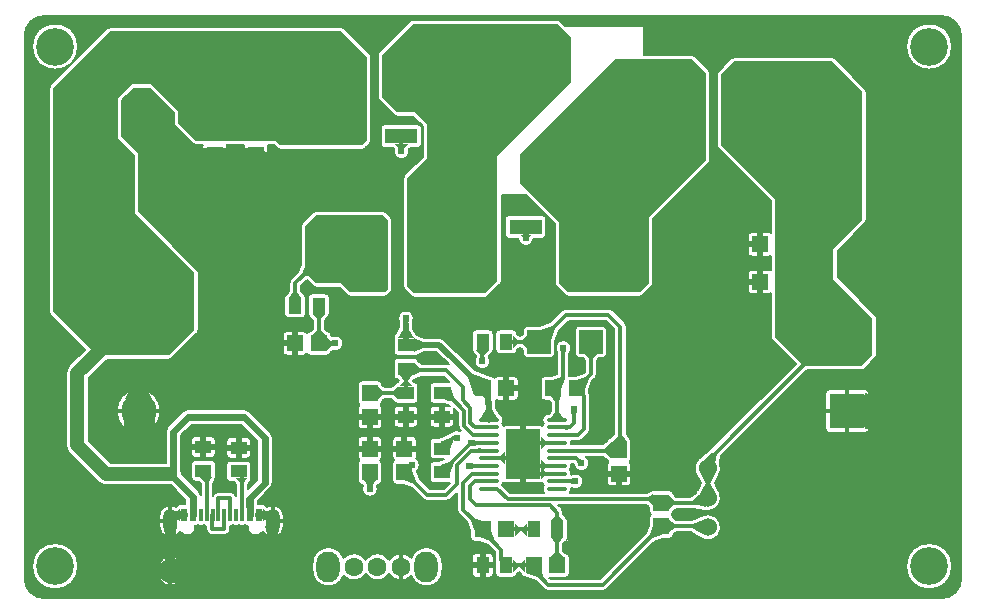
<source format=gtl>
G04 Layer: TopLayer*
G04 EasyEDA Pro v2.2.37.7, 2025-04-09 10:13:22*
G04 Gerber Generator version 0.3*
G04 Scale: 100 percent, Rotated: No, Reflected: No*
G04 Dimensions in millimeters*
G04 Leading zeros omitted, absolute positions, 4 integers and 5 decimals*
%FSLAX45Y45*%
%MOMM*%
%ADD10C,0.2032*%
%ADD11C,0.5*%
%ADD12C,0.35*%
%ADD13O,1.7465X0.343*%
%ADD14R,2.99999X4.19999*%
%ADD15R,1.37701X1.13254*%
%ADD16R,1.41X1.35001*%
%ADD17R,1.37701X1.13254*%
%ADD18R,1.35001X1.41*%
%ADD19C,3.0042*%
%ADD20C,2.99999*%
%ADD21R,6.50001X5.99999*%
%ADD22R,2.79999X1.3*%
%ADD23R,6.50001X5.99999*%
%ADD24R,2.79999X1.3*%
%ADD25R,2.79999X1.35001*%
%ADD26R,2.79999X1.5*%
%ADD27R,2.0X2.0*%
%ADD28R,2.0X3.29999*%
%ADD29C,1.6*%
%ADD30R,1.35001X1.41*%
%ADD31R,2.99999X2.99999*%
%ADD32R,2.99999X2.99999*%
%ADD33R,1.41X1.35001*%
%ADD34R,1.13254X1.37701*%
%ADD35C,1.524*%
%ADD36R,1.13254X1.37701*%
%ADD37O,1.59995X1.6*%
%ADD38O,2.0X2.59999*%
%ADD39R,0.6X1.1*%
%ADD40R,0.3X1.1*%
%ADD41O,1.2X2.0*%
%ADD42O,1.2X1.8*%
%ADD43R,3.49999X3.99999*%
%ADD44C,3.2004*%
%ADD45C,0.61*%
%ADD46C,0.6096*%
%ADD47C,0.3*%
%ADD48C,0.65*%
%ADD49C,0.6*%
%ADD50C,2.5*%
%ADD51C,2.0*%
%ADD52C,2.6*%
%ADD53C,2.7*%
%ADD54C,1.0*%
%ADD55C,1.2*%
G75*


G04 Copper Start*
G36*
G01X35814Y-200000D02*
G01X37835Y-174316D01*
G01X43850Y-149264D01*
G01X53709Y-125461D01*
G01X67171Y-103494D01*
G01X83903Y-83903D01*
G01X103494Y-67171D01*
G01X125461Y-53709D01*
G01X149264Y-43850D01*
G01X174316Y-37835D01*
G01X200000Y-35814D01*
G01X7800000Y-35814D01*
G01X7825684Y-37835D01*
G01X7850736Y-43850D01*
G01X7874539Y-53709D01*
G01X7896506Y-67171D01*
G01X7916097Y-83903D01*
G01X7932829Y-103494D01*
G01X7946291Y-125461D01*
G01X7956150Y-149264D01*
G01X7962165Y-174316D01*
G01X7964186Y-200000D01*
G01X7964186Y-4800000D01*
G01X7962165Y-4825684D01*
G01X7956150Y-4850736D01*
G01X7946291Y-4874539D01*
G01X7932829Y-4896506D01*
G01X7916097Y-4916097D01*
G01X7896506Y-4932829D01*
G01X7874539Y-4946291D01*
G01X7850736Y-4956150D01*
G01X7825684Y-4962165D01*
G01X7800000Y-4964186D01*
G01X200000Y-4964186D01*
G01X174316Y-4962165D01*
G01X149264Y-4956150D01*
G01X125461Y-4946291D01*
G01X103494Y-4932829D01*
G01X83903Y-4916097D01*
G01X67171Y-4896506D01*
G01X53709Y-4874539D01*
G01X43850Y-4850736D01*
G01X37835Y-4825684D01*
G01X35814Y-4800000D01*
G01X35814Y-4693650D01*
G01X97816Y-4693650D01*
G01X97816Y-4693650D01*
G01X99809Y-4721520D01*
G01X105749Y-4748823D01*
G01X115513Y-4775002D01*
G01X128904Y-4799526D01*
G01X145648Y-4821894D01*
G01X165406Y-4841651D01*
G01X187774Y-4858396D01*
G01X212298Y-4871787D01*
G01X238477Y-4881551D01*
G01X265780Y-4887491D01*
G01X293650Y-4889484D01*
G01X321520Y-4887491D01*
G01X348823Y-4881551D01*
G01X375002Y-4871787D01*
G01X399526Y-4858396D01*
G01X421894Y-4841651D01*
G01X441651Y-4821894D01*
G01X458396Y-4799526D01*
G01X471787Y-4775002D01*
G01X481551Y-4748823D01*
G01X487491Y-4721520D01*
G01X488794Y-4703303D01*
G01X1173488Y-4703303D01*
G01X1173488Y-4763303D01*
G01X1175329Y-4781995D01*
G01X1180781Y-4799969D01*
G01X1189635Y-4816534D01*
G01X1201551Y-4831053D01*
G01X1216070Y-4842969D01*
G01X1232635Y-4851823D01*
G01X1250609Y-4857275D01*
G01X1269302Y-4859117D01*
G01X1287994Y-4857275D01*
G01X1305968Y-4851823D01*
G01X1322533Y-4842969D01*
G01X1337052Y-4831053D01*
G01X1348968Y-4816534D01*
G01X1357822Y-4799969D01*
G01X1363274Y-4781995D01*
G01X1365115Y-4763303D01*
G01X1365115Y-4703303D01*
G01X2038485Y-4703303D01*
G01X2038485Y-4763303D01*
G01X2040326Y-4781995D01*
G01X2045778Y-4799969D01*
G01X2054632Y-4816534D01*
G01X2066548Y-4831053D01*
G01X2081067Y-4842969D01*
G01X2097632Y-4851823D01*
G01X2115606Y-4857275D01*
G01X2134299Y-4859117D01*
G01X2152991Y-4857275D01*
G01X2170965Y-4851823D01*
G01X2187530Y-4842969D01*
G01X2202049Y-4831053D01*
G01X2213965Y-4816534D01*
G01X2222819Y-4799969D01*
G01X2228271Y-4781995D01*
G01X2230112Y-4763303D01*
G01X2230112Y-4703303D01*
G01X2228271Y-4684610D01*
G01X2223534Y-4668995D01*
G01X2471776Y-4668995D01*
G01X2471776Y-4728995D01*
G01X2473607Y-4751224D01*
G01X2479052Y-4772854D01*
G01X2487964Y-4793300D01*
G01X2500103Y-4812013D01*
G01X2515140Y-4828486D01*
G01X2532671Y-4842276D01*
G01X2552222Y-4853010D01*
G01X2573267Y-4860400D01*
G01X2595238Y-4864246D01*
G01X2617541Y-4864444D01*
G01X2639576Y-4860988D01*
G01X2660749Y-4853973D01*
G01X2680488Y-4843586D01*
G01X2698260Y-4830110D01*
G01X2713587Y-4813905D01*
G01X2726056Y-4795411D01*
G01X2735329Y-4775126D01*
G01X2749676Y-4788963D01*
G01X2766183Y-4800135D01*
G01X2784362Y-4808311D01*
G01X2803673Y-4813249D01*
G01X2823545Y-4814802D01*
G01X2843389Y-4812925D01*
G01X2862617Y-4807673D01*
G01X2880660Y-4799201D01*
G01X2896983Y-4787761D01*
G01X2911102Y-4773692D01*
G01X2922600Y-4757410D01*
G01X2934200Y-4773812D01*
G01X2948459Y-4787963D01*
G01X2964950Y-4799437D01*
G01X2983175Y-4807889D01*
G01X3002586Y-4813064D01*
G01X3022600Y-4814806D01*
G01X3042614Y-4813064D01*
G01X3062025Y-4807889D01*
G01X3080250Y-4799437D01*
G01X3096741Y-4787963D01*
G01X3111000Y-4773812D01*
G01X3122600Y-4757410D01*
G01X3122600Y-4757410D01*
G01X3134098Y-4773692D01*
G01X3148217Y-4787761D01*
G01X3164540Y-4799201D01*
G01X3182583Y-4807673D01*
G01X3201811Y-4812925D01*
G01X3221655Y-4814802D01*
G01X3241527Y-4813249D01*
G01X3260838Y-4808311D01*
G01X3279017Y-4800135D01*
G01X3295524Y-4788963D01*
G01X3309871Y-4775126D01*
G01X3319144Y-4795411D01*
G01X3331613Y-4813905D01*
G01X3346940Y-4830110D01*
G01X3364712Y-4843586D01*
G01X3384451Y-4853973D01*
G01X3405624Y-4860988D01*
G01X3427659Y-4864444D01*
G01X3449962Y-4864246D01*
G01X3471933Y-4860400D01*
G01X3492978Y-4853010D01*
G01X3512529Y-4842276D01*
G01X3530060Y-4828486D01*
G01X3545097Y-4812013D01*
G01X3557236Y-4793300D01*
G01X3566148Y-4772854D01*
G01X3571593Y-4751224D01*
G01X3573424Y-4728995D01*
G01X3573424Y-4668995D01*
G01X3571593Y-4646766D01*
G01X3566148Y-4625136D01*
G01X3562797Y-4617449D01*
G01X3820759Y-4617449D01*
G01X3820759Y-4755151D01*
G01X3820759Y-4755151D01*
G01X3822512Y-4766218D01*
G01X3827599Y-4776201D01*
G01X3835522Y-4784125D01*
G01X3845506Y-4789212D01*
G01X3856573Y-4790965D01*
G01X3969827Y-4790965D01*
G01X3980894Y-4789212D01*
G01X3990878Y-4784125D01*
G01X3998801Y-4776201D01*
G01X4003888Y-4766218D01*
G01X4005641Y-4755151D01*
G01X4005641Y-4617449D01*
G01X4003888Y-4606382D01*
G01X3998801Y-4596399D01*
G01X3990878Y-4588475D01*
G01X3980894Y-4583388D01*
G01X3969827Y-4581635D01*
G01X3856573Y-4581635D01*
G01X3845506Y-4583388D01*
G01X3835522Y-4588475D01*
G01X3827599Y-4596399D01*
G01X3822512Y-4606382D01*
G01X3820759Y-4617449D01*
G01X3562797Y-4617449D01*
G01X3557236Y-4604689D01*
G01X3545097Y-4585977D01*
G01X3530060Y-4569504D01*
G01X3512529Y-4555714D01*
G01X3492978Y-4544979D01*
G01X3471933Y-4537590D01*
G01X3449962Y-4533744D01*
G01X3427659Y-4533546D01*
G01X3405624Y-4537002D01*
G01X3384451Y-4544017D01*
G01X3364712Y-4554403D01*
G01X3346940Y-4567880D01*
G01X3331613Y-4584084D01*
G01X3319144Y-4602579D01*
G01X3309871Y-4622864D01*
G01X3295524Y-4609027D01*
G01X3279017Y-4597855D01*
G01X3260838Y-4589679D01*
G01X3241527Y-4584741D01*
G01X3221655Y-4583187D01*
G01X3201811Y-4585065D01*
G01X3182583Y-4590317D01*
G01X3164540Y-4598788D01*
G01X3148217Y-4610228D01*
G01X3134098Y-4624298D01*
G01X3122600Y-4640580D01*
G01X3111000Y-4624178D01*
G01X3096741Y-4610026D01*
G01X3080250Y-4598553D01*
G01X3062025Y-4590101D01*
G01X3042614Y-4584926D01*
G01X3022600Y-4583184D01*
G01X3002586Y-4584926D01*
G01X2983175Y-4590101D01*
G01X2964950Y-4598553D01*
G01X2948459Y-4610026D01*
G01X2934200Y-4624178D01*
G01X2922600Y-4640580D01*
G01X2911102Y-4624298D01*
G01X2896983Y-4610228D01*
G01X2880660Y-4598788D01*
G01X2862617Y-4590317D01*
G01X2843389Y-4585065D01*
G01X2823545Y-4583187D01*
G01X2803673Y-4584741D01*
G01X2784362Y-4589679D01*
G01X2766183Y-4597855D01*
G01X2749676Y-4609027D01*
G01X2735329Y-4622864D01*
G01X2726056Y-4602579D01*
G01X2713587Y-4584084D01*
G01X2698260Y-4567880D01*
G01X2680488Y-4554403D01*
G01X2660749Y-4544017D01*
G01X2639576Y-4537002D01*
G01X2617541Y-4533546D01*
G01X2595238Y-4533744D01*
G01X2573267Y-4537590D01*
G01X2552222Y-4544979D01*
G01X2532671Y-4555714D01*
G01X2515140Y-4569504D01*
G01X2500103Y-4585977D01*
G01X2487964Y-4604689D01*
G01X2479052Y-4625136D01*
G01X2473607Y-4646766D01*
G01X2471776Y-4668995D01*
G01X2223534Y-4668995D01*
G01X2222819Y-4666636D01*
G01X2213965Y-4650071D01*
G01X2202049Y-4635552D01*
G01X2187530Y-4623636D01*
G01X2170965Y-4614782D01*
G01X2152991Y-4609330D01*
G01X2134299Y-4607489D01*
G01X2115606Y-4609330D01*
G01X2097632Y-4614782D01*
G01X2081067Y-4623636D01*
G01X2066548Y-4635552D01*
G01X2054632Y-4650071D01*
G01X2045778Y-4666636D01*
G01X2040326Y-4684610D01*
G01X2038485Y-4703303D01*
G01X2038485Y-4703303D01*
G01X1365115Y-4703303D01*
G01X1363274Y-4684610D01*
G01X1357822Y-4666636D01*
G01X1348968Y-4650071D01*
G01X1337052Y-4635552D01*
G01X1322533Y-4623636D01*
G01X1305968Y-4614782D01*
G01X1287994Y-4609330D01*
G01X1269302Y-4607489D01*
G01X1250609Y-4609330D01*
G01X1232635Y-4614782D01*
G01X1216070Y-4623636D01*
G01X1201551Y-4635552D01*
G01X1189635Y-4650071D01*
G01X1180781Y-4666636D01*
G01X1175329Y-4684610D01*
G01X1173488Y-4703303D01*
G01X1173488Y-4703303D01*
G01X488794Y-4703303D01*
G01X489484Y-4693650D01*
G01X487491Y-4665780D01*
G01X481551Y-4638477D01*
G01X471787Y-4612298D01*
G01X458396Y-4587774D01*
G01X441651Y-4565406D01*
G01X421894Y-4545649D01*
G01X399526Y-4528904D01*
G01X375002Y-4515513D01*
G01X348823Y-4505749D01*
G01X321520Y-4499809D01*
G01X293650Y-4497816D01*
G01X265780Y-4499809D01*
G01X238477Y-4505749D01*
G01X212298Y-4515513D01*
G01X187774Y-4528904D01*
G01X165406Y-4545649D01*
G01X145648Y-4565406D01*
G01X128904Y-4587774D01*
G01X115513Y-4612298D01*
G01X105749Y-4638477D01*
G01X99809Y-4665780D01*
G01X97816Y-4693650D01*
G01X35814Y-4693650D01*
G01X35814Y-647700D01*
G01X243586Y-647700D01*
G01X243586Y-2540000D01*
G01X244806Y-2549269D01*
G01X248384Y-2557907D01*
G01X254076Y-2565324D01*
G01X548275Y-2859524D01*
G01X414849Y-2992949D01*
G01X414849Y-2992949D01*
G01X402934Y-3007469D01*
G01X394079Y-3024034D01*
G01X388627Y-3042008D01*
G01X386786Y-3060700D01*
G01X386786Y-3670300D01*
G01X388627Y-3688992D01*
G01X394079Y-3706966D01*
G01X402934Y-3723531D01*
G01X414849Y-3738051D01*
G01X656149Y-3979351D01*
G01X670669Y-3991266D01*
G01X687234Y-4000121D01*
G01X705208Y-4005573D01*
G01X723900Y-4007414D01*
G01X1270000Y-4007414D01*
G01X1272701Y-4007376D01*
G01X1395994Y-4130669D01*
G01X1395994Y-4167483D01*
G01X1351798Y-4167483D01*
G01X1341068Y-4169129D01*
G01X1331324Y-4173913D01*
G01X1323461Y-4181396D01*
G01X1318201Y-4190892D01*
G01X1301626Y-4183092D01*
G01X1283868Y-4178588D01*
G01X1265578Y-4177547D01*
G01X1247425Y-4180005D01*
G01X1230071Y-4185874D01*
G01X1214151Y-4194939D01*
G01X1200247Y-4206867D01*
G01X1188868Y-4221224D01*
G01X1180429Y-4237484D01*
G01X1175239Y-4255053D01*
G01X1173488Y-4273288D01*
G01X1173488Y-4353288D01*
G01X1175416Y-4372415D01*
G01X1181124Y-4390772D01*
G01X1190382Y-4407620D01*
G01X1202816Y-4422281D01*
G01X1217927Y-4434165D01*
G01X1235106Y-4442792D01*
G01X1253662Y-4447817D01*
G01X1272847Y-4449036D01*
G01X1291890Y-4446401D01*
G01X1310023Y-4440018D01*
G01X1326517Y-4430143D01*
G01X1340708Y-4417175D01*
G01X1352024Y-4401634D01*
G01X1362209Y-4414848D01*
G01X1375204Y-4425311D01*
G01X1390285Y-4432444D01*
G01X1406618Y-4435851D01*
G01X1423293Y-4435343D01*
G01X1439387Y-4430947D01*
G01X1454006Y-4422908D01*
G01X1466339Y-4411672D01*
G01X1475700Y-4397862D01*
G01X1481571Y-4382246D01*
G01X1483626Y-4365689D01*
G01X1481750Y-4349111D01*
G01X1491808Y-4349111D01*
G01X1501807Y-4347687D01*
G01X1511807Y-4349111D01*
G01X1541807Y-4349111D01*
G01X1551813Y-4347685D01*
G01X1561819Y-4349111D01*
G01X1574786Y-4349111D01*
G01X1574786Y-4381500D01*
G01X1576517Y-4394652D01*
G01X1581594Y-4406907D01*
G01X1589669Y-4417431D01*
G01X1600193Y-4425506D01*
G01X1612448Y-4430583D01*
G01X1625600Y-4432314D01*
G01X1726806Y-4432314D01*
G01X1739958Y-4430583D01*
G01X1752213Y-4425506D01*
G01X1762737Y-4417431D01*
G01X1770812Y-4406907D01*
G01X1775889Y-4394652D01*
G01X1777620Y-4381500D01*
G01X1777620Y-4349111D01*
G01X1791793Y-4349111D01*
G01X1801800Y-4347685D01*
G01X1811806Y-4349111D01*
G01X1841806Y-4349111D01*
G01X1851812Y-4347685D01*
G01X1861819Y-4349111D01*
G01X1891819Y-4349111D01*
G01X1901818Y-4347687D01*
G01X1911817Y-4349111D01*
G01X1921876Y-4349111D01*
G01X1920000Y-4365687D01*
G01X1922053Y-4382241D01*
G01X1927922Y-4397856D01*
G01X1937281Y-4411665D01*
G01X1949611Y-4422902D01*
G01X1964226Y-4430942D01*
G01X1980318Y-4435341D01*
G01X1996991Y-4435853D01*
G01X2013322Y-4432450D01*
G01X2028404Y-4425322D01*
G01X2041400Y-4414864D01*
G01X2051589Y-4401656D01*
G01X2062908Y-4417192D01*
G01X2077100Y-4430156D01*
G01X2093594Y-4440026D01*
G01X2111727Y-4446405D01*
G01X2130768Y-4449037D01*
G01X2149951Y-4447815D01*
G01X2168504Y-4442788D01*
G01X2185681Y-4434159D01*
G01X2200789Y-4422276D01*
G01X2213222Y-4407615D01*
G01X2222477Y-4390769D01*
G01X2228184Y-4372413D01*
G01X2230112Y-4353288D01*
G01X2230112Y-4273288D01*
G01X2228361Y-4255053D01*
G01X2223171Y-4237484D01*
G01X2214732Y-4221224D01*
G01X2203353Y-4206867D01*
G01X2189449Y-4194939D01*
G01X2173529Y-4185874D01*
G01X2156175Y-4180005D01*
G01X2138022Y-4177547D01*
G01X2119732Y-4178588D01*
G01X2101974Y-4183092D01*
G01X2085399Y-4190892D01*
G01X2080139Y-4181396D01*
G01X2072276Y-4173913D01*
G01X2062532Y-4169129D01*
G01X2051802Y-4167483D01*
G01X2007631Y-4167483D01*
G01X2007631Y-4143344D01*
G01X2116637Y-4034337D01*
G01X2124822Y-4024364D01*
G01X2130904Y-4012986D01*
G01X2134649Y-4000640D01*
G01X2135914Y-3987800D01*
G01X2135914Y-3626800D01*
G01X2855786Y-3626800D01*
G01X2855786Y-3767800D01*
G01X2857633Y-3779156D01*
G01X2862986Y-3789339D01*
G01X2871291Y-3797300D01*
G01X2862986Y-3805261D01*
G01X2857633Y-3815444D01*
G01X2855786Y-3826800D01*
G01X2855786Y-3967800D01*
G01X2857428Y-3978522D01*
G01X2862205Y-3988260D01*
G01X2869679Y-3996122D01*
G01X2879163Y-4001385D01*
G01X2889788Y-4003568D01*
G01X2897834Y-4013223D01*
G01X2893504Y-4028870D01*
G01X2893105Y-4045100D01*
G01X2896663Y-4060941D01*
G01X2903962Y-4075442D01*
G01X2914566Y-4087736D01*
G01X2927840Y-4097084D01*
G01X2942987Y-4102927D01*
G01X2959100Y-4104914D01*
G01X2959100Y-4104914D01*
G01X2975213Y-4102927D01*
G01X2990360Y-4097084D01*
G01X3003634Y-4087736D01*
G01X3014238Y-4075442D01*
G01X3021537Y-4060941D01*
G01X3025095Y-4045101D01*
G01X3024696Y-4028870D01*
G01X3020367Y-4013223D01*
G01X3028413Y-4003568D01*
G01X3039037Y-4001385D01*
G01X3048522Y-3996122D01*
G01X3055995Y-3988260D01*
G01X3060772Y-3978522D01*
G01X3062415Y-3967800D01*
G01X3062415Y-3826800D01*
G01X3060567Y-3815444D01*
G01X3055214Y-3805261D01*
G01X3046909Y-3797300D01*
G01X3055214Y-3789339D01*
G01X3060567Y-3779156D01*
G01X3062415Y-3767800D01*
G01X3062415Y-3626800D01*
G01X3060662Y-3615733D01*
G01X3055575Y-3605749D01*
G01X3047651Y-3597826D01*
G01X3037668Y-3592739D01*
G01X3026601Y-3590986D01*
G01X2891600Y-3590986D01*
G01X2880532Y-3592739D01*
G01X2870549Y-3597826D01*
G01X2862625Y-3605749D01*
G01X2857538Y-3615733D01*
G01X2855786Y-3626800D01*
G01X2135914Y-3626800D01*
G01X2135914Y-3606800D01*
G01X2134649Y-3593960D01*
G01X2130904Y-3581614D01*
G01X2124822Y-3570236D01*
G01X2116637Y-3560263D01*
G01X1938837Y-3382463D01*
G01X1928864Y-3374278D01*
G01X1917486Y-3368196D01*
G01X1905140Y-3364451D01*
G01X1892300Y-3363186D01*
G01X1422400Y-3363186D01*
G01X1409560Y-3364451D01*
G01X1397214Y-3368196D01*
G01X1385836Y-3374278D01*
G01X1375863Y-3382463D01*
G01X1248863Y-3509463D01*
G01X1240678Y-3519436D01*
G01X1234596Y-3530814D01*
G01X1230851Y-3543160D01*
G01X1229586Y-3556000D01*
G01X1229586Y-3815786D01*
G01X763587Y-3815786D01*
G01X578414Y-3630613D01*
G01X578414Y-3381000D01*
G01X814186Y-3381000D01*
G01X816078Y-3407444D01*
G01X821713Y-3433350D01*
G01X830978Y-3458190D01*
G01X843684Y-3481459D01*
G01X859571Y-3502682D01*
G01X878318Y-3521429D01*
G01X899542Y-3537317D01*
G01X922810Y-3550022D01*
G01X947650Y-3559287D01*
G01X973556Y-3564922D01*
G01X1000000Y-3566814D01*
G01X1026444Y-3564922D01*
G01X1052350Y-3559287D01*
G01X1077190Y-3550022D01*
G01X1100459Y-3537317D01*
G01X1121682Y-3521429D01*
G01X1140429Y-3502682D01*
G01X1156316Y-3481459D01*
G01X1169022Y-3458190D01*
G01X1178287Y-3433350D01*
G01X1183922Y-3407444D01*
G01X1185814Y-3381000D01*
G01X1183922Y-3354556D01*
G01X1178287Y-3328650D01*
G01X1169022Y-3303810D01*
G01X1156316Y-3280542D01*
G01X1140429Y-3259318D01*
G01X1121682Y-3240571D01*
G01X1100459Y-3224684D01*
G01X1077190Y-3211978D01*
G01X1052350Y-3202713D01*
G01X1026444Y-3197078D01*
G01X1000000Y-3195186D01*
G01X1000000Y-3195186D01*
G01X973556Y-3197078D01*
G01X947650Y-3202713D01*
G01X922810Y-3211978D01*
G01X899542Y-3224684D01*
G01X878318Y-3240571D01*
G01X859571Y-3259318D01*
G01X843684Y-3280542D01*
G01X830978Y-3303810D01*
G01X821713Y-3328650D01*
G01X816078Y-3354556D01*
G01X814186Y-3381000D01*
G01X578414Y-3381000D01*
G01X578414Y-3156900D01*
G01X2855786Y-3156900D01*
G01X2855786Y-3297900D01*
G01X2857633Y-3309256D01*
G01X2862986Y-3319439D01*
G01X2871291Y-3327400D01*
G01X2862986Y-3335361D01*
G01X2857633Y-3345544D01*
G01X2855786Y-3356900D01*
G01X2855786Y-3497900D01*
G01X2857538Y-3508967D01*
G01X2862625Y-3518951D01*
G01X2870549Y-3526874D01*
G01X2880532Y-3531961D01*
G01X2891600Y-3533714D01*
G01X3026601Y-3533714D01*
G01X3037668Y-3531961D01*
G01X3047651Y-3526874D01*
G01X3055575Y-3518951D01*
G01X3060662Y-3508967D01*
G01X3062415Y-3497900D01*
G01X3062415Y-3370773D01*
G01X3159235Y-3370773D01*
G01X3159235Y-3484027D01*
G01X3160988Y-3495094D01*
G01X3166075Y-3505078D01*
G01X3173999Y-3513001D01*
G01X3183982Y-3518088D01*
G01X3195049Y-3519841D01*
G01X3332751Y-3519841D01*
G01X3332751Y-3519841D01*
G01X3343818Y-3518088D01*
G01X3353801Y-3513001D01*
G01X3361725Y-3505078D01*
G01X3366812Y-3495094D01*
G01X3368565Y-3484027D01*
G01X3368565Y-3370773D01*
G01X3366812Y-3359706D01*
G01X3361725Y-3349722D01*
G01X3353801Y-3341799D01*
G01X3343818Y-3336712D01*
G01X3332751Y-3334959D01*
G01X3195049Y-3334959D01*
G01X3183982Y-3336712D01*
G01X3173999Y-3341799D01*
G01X3166075Y-3349722D01*
G01X3160988Y-3359706D01*
G01X3159235Y-3370773D01*
G01X3062415Y-3370773D01*
G01X3062415Y-3356900D01*
G01X3060567Y-3345544D01*
G01X3055214Y-3335361D01*
G01X3046909Y-3327400D01*
G01X3055214Y-3319439D01*
G01X3060567Y-3309256D01*
G01X3062415Y-3297900D01*
G01X3062415Y-3296674D01*
G01X3084567Y-3278214D01*
G01X3137083Y-3278214D01*
G01X3162834Y-3299673D01*
G01X3168405Y-3307958D01*
G01X3176046Y-3314383D01*
G01X3185163Y-3318449D01*
G01X3195049Y-3319841D01*
G01X3332751Y-3319841D01*
G01X3343818Y-3318088D01*
G01X3353801Y-3313001D01*
G01X3361725Y-3305078D01*
G01X3366812Y-3295094D01*
G01X3368565Y-3284027D01*
G01X3368565Y-3170773D01*
G01X3366838Y-3159787D01*
G01X3361824Y-3149861D01*
G01X3354008Y-3141950D01*
G01X3344141Y-3136819D01*
G01X3333176Y-3134962D01*
G01X3324208Y-3124200D01*
G01X3333176Y-3113438D01*
G01X3340804Y-3112523D01*
G01X3348061Y-3110003D01*
G01X3393291Y-3088614D01*
G01X3584717Y-3088614D01*
G01X3631062Y-3134959D01*
G01X3499849Y-3134959D01*
G01X3488782Y-3136712D01*
G01X3478799Y-3141799D01*
G01X3470875Y-3149722D01*
G01X3465788Y-3159706D01*
G01X3464035Y-3170773D01*
G01X3464035Y-3284027D01*
G01X3465788Y-3295094D01*
G01X3470875Y-3305078D01*
G01X3478799Y-3313001D01*
G01X3488782Y-3318088D01*
G01X3499849Y-3319841D01*
G01X3588235Y-3319841D01*
G01X3638514Y-3334972D01*
G01X3637551Y-3334959D01*
G01X3499849Y-3334959D01*
G01X3488782Y-3336712D01*
G01X3478799Y-3341799D01*
G01X3470875Y-3349722D01*
G01X3465788Y-3359706D01*
G01X3464035Y-3370773D01*
G01X3464035Y-3484027D01*
G01X3465788Y-3495094D01*
G01X3470875Y-3505078D01*
G01X3478799Y-3513001D01*
G01X3488782Y-3518088D01*
G01X3499849Y-3519841D01*
G01X3637551Y-3519841D01*
G01X3648618Y-3518088D01*
G01X3658601Y-3513001D01*
G01X3666525Y-3505078D01*
G01X3671612Y-3495094D01*
G01X3673365Y-3484027D01*
G01X3673365Y-3370773D01*
G01X3671631Y-3359767D01*
G01X3708386Y-3396522D01*
G01X3708386Y-3507791D01*
G01X3710117Y-3520942D01*
G01X3715194Y-3533198D01*
G01X3723269Y-3543722D01*
G01X3729001Y-3549454D01*
G01X3714916Y-3543331D01*
G01X3699801Y-3540613D01*
G01X3684465Y-3541445D01*
G01X3669732Y-3545782D01*
G01X3656392Y-3553392D01*
G01X3648771Y-3557068D01*
G01X3639431Y-3559989D01*
G01X3630824Y-3564647D01*
G01X3623269Y-3570869D01*
G01X3616095Y-3578044D01*
G01X3544586Y-3604859D01*
G01X3499849Y-3604859D01*
G01X3488782Y-3606612D01*
G01X3478799Y-3611699D01*
G01X3470875Y-3619622D01*
G01X3465788Y-3629606D01*
G01X3464035Y-3640673D01*
G01X3464035Y-3753927D01*
G01X3465788Y-3764994D01*
G01X3470875Y-3774978D01*
G01X3478799Y-3782901D01*
G01X3488782Y-3787988D01*
G01X3499849Y-3789741D01*
G01X3584901Y-3789741D01*
G01X3544586Y-3804859D01*
G01X3499849Y-3804859D01*
G01X3488782Y-3806612D01*
G01X3478799Y-3811699D01*
G01X3470875Y-3819622D01*
G01X3465788Y-3829606D01*
G01X3464035Y-3840673D01*
G01X3464035Y-3953927D01*
G01X3465788Y-3964994D01*
G01X3470875Y-3974978D01*
G01X3478799Y-3982901D01*
G01X3488782Y-3987988D01*
G01X3499849Y-3989741D01*
G01X3634598Y-3989741D01*
G01X3585752Y-4038586D01*
G01X3464348Y-4038586D01*
G01X3381330Y-3955568D01*
G01X3355787Y-3887452D01*
G01X3366745Y-3876496D01*
G01X3374861Y-3863296D01*
G01X3379693Y-3848572D01*
G01X3380975Y-3833129D01*
G01X3378639Y-3817810D01*
G01X3372811Y-3803452D01*
G01X3363810Y-3790838D01*
G01X3352127Y-3780657D01*
G01X3353913Y-3774339D01*
G01X3354515Y-3767800D01*
G01X3354515Y-3626800D01*
G01X3352762Y-3615733D01*
G01X3347675Y-3605749D01*
G01X3339751Y-3597826D01*
G01X3329768Y-3592739D01*
G01X3318701Y-3590986D01*
G01X3183700Y-3590986D01*
G01X3172632Y-3592739D01*
G01X3162649Y-3597826D01*
G01X3154725Y-3605749D01*
G01X3149638Y-3615733D01*
G01X3147886Y-3626800D01*
G01X3147886Y-3767800D01*
G01X3149733Y-3779156D01*
G01X3155086Y-3789339D01*
G01X3163391Y-3797300D01*
G01X3155086Y-3805261D01*
G01X3149733Y-3815444D01*
G01X3147886Y-3826800D01*
G01X3147886Y-3967800D01*
G01X3149638Y-3978867D01*
G01X3154725Y-3988851D01*
G01X3162649Y-3996774D01*
G01X3172632Y-4001861D01*
G01X3183700Y-4003614D01*
G01X3240960Y-4003614D01*
G01X3312468Y-4030430D01*
G01X3407369Y-4125331D01*
G01X3417893Y-4133406D01*
G01X3430149Y-4138483D01*
G01X3443300Y-4140214D01*
G01X3606800Y-4140214D01*
G01X3619952Y-4138483D01*
G01X3632207Y-4133406D01*
G01X3642731Y-4125331D01*
G01X3695686Y-4072376D01*
G01X3695686Y-4214800D01*
G01X3697417Y-4227951D01*
G01X3702494Y-4240207D01*
G01X3710569Y-4250731D01*
G01X3780070Y-4320232D01*
G01X3806886Y-4391740D01*
G01X3806886Y-4449000D01*
G01X3808639Y-4460068D01*
G01X3813726Y-4470051D01*
G01X3821649Y-4477975D01*
G01X3831633Y-4483062D01*
G01X3842700Y-4484814D01*
G01X3885660Y-4484814D01*
G01X3957168Y-4511630D01*
G01X4019686Y-4574148D01*
G01X4019686Y-4643600D01*
G01X4020759Y-4653988D01*
G01X4020759Y-4755151D01*
G01X4022512Y-4766218D01*
G01X4027599Y-4776201D01*
G01X4035522Y-4784125D01*
G01X4045506Y-4789212D01*
G01X4056573Y-4790965D01*
G01X4169827Y-4790965D01*
G01X4180813Y-4789238D01*
G01X4190739Y-4784224D01*
G01X4198650Y-4776408D01*
G01X4203781Y-4766541D01*
G01X4205638Y-4755576D01*
G01X4222163Y-4741805D01*
G01X4238732Y-4755612D01*
G01X4240955Y-4766345D01*
G01X4246320Y-4775903D01*
G01X4254325Y-4783391D01*
G01X4264219Y-4788107D01*
G01X4361745Y-4817333D01*
G01X4431743Y-4887331D01*
G01X4442267Y-4895406D01*
G01X4454522Y-4900483D01*
G01X4467674Y-4902214D01*
G01X4929180Y-4902214D01*
G01X4942332Y-4900483D01*
G01X4954587Y-4895406D01*
G01X4965111Y-4887331D01*
G01X5158792Y-4693650D01*
G01X7497816Y-4693650D01*
G01X7499809Y-4721520D01*
G01X7505749Y-4748823D01*
G01X7515513Y-4775002D01*
G01X7528904Y-4799526D01*
G01X7545649Y-4821894D01*
G01X7565406Y-4841651D01*
G01X7587774Y-4858396D01*
G01X7612298Y-4871787D01*
G01X7638477Y-4881551D01*
G01X7665780Y-4887491D01*
G01X7693650Y-4889484D01*
G01X7721520Y-4887491D01*
G01X7748823Y-4881551D01*
G01X7775002Y-4871787D01*
G01X7799526Y-4858396D01*
G01X7821894Y-4841651D01*
G01X7841652Y-4821894D01*
G01X7858396Y-4799526D01*
G01X7871787Y-4775002D01*
G01X7881551Y-4748823D01*
G01X7887491Y-4721520D01*
G01X7889484Y-4693650D01*
G01X7887491Y-4665780D01*
G01X7881551Y-4638477D01*
G01X7871787Y-4612298D01*
G01X7858396Y-4587774D01*
G01X7841652Y-4565406D01*
G01X7821894Y-4545649D01*
G01X7799526Y-4528904D01*
G01X7775002Y-4515513D01*
G01X7748823Y-4505749D01*
G01X7721520Y-4499809D01*
G01X7693650Y-4497816D01*
G01X7665780Y-4499809D01*
G01X7638477Y-4505749D01*
G01X7612298Y-4515513D01*
G01X7587774Y-4528904D01*
G01X7565406Y-4545649D01*
G01X7545649Y-4565406D01*
G01X7528904Y-4587774D01*
G01X7515513Y-4612298D01*
G01X7505749Y-4638477D01*
G01X7499809Y-4665780D01*
G01X7497816Y-4693650D01*
G01X7497816Y-4693650D01*
G01X5158792Y-4693650D01*
G01X5364640Y-4487801D01*
G01X5436149Y-4460985D01*
G01X5493409Y-4460985D01*
G01X5504476Y-4459233D01*
G01X5514460Y-4454146D01*
G01X5522383Y-4446222D01*
G01X5527470Y-4436239D01*
G01X5529223Y-4425171D01*
G01X5529223Y-4423945D01*
G01X5551375Y-4405485D01*
G01X5678139Y-4405485D01*
G01X5738957Y-4442704D01*
G01X5754874Y-4456385D01*
G01X5773063Y-4466856D01*
G01X5792886Y-4473751D01*
G01X5813648Y-4476826D01*
G01X5834619Y-4475975D01*
G01X5855062Y-4471226D01*
G01X5874262Y-4462747D01*
G01X5891542Y-4450836D01*
G01X5906297Y-4435909D01*
G01X5918009Y-4418493D01*
G01X5926266Y-4399197D01*
G01X5930778Y-4378700D01*
G01X5931388Y-4357721D01*
G01X5928073Y-4336996D01*
G01X5920951Y-4317254D01*
G01X5910270Y-4299186D01*
G01X5896407Y-4283428D01*
G01X5879847Y-4270533D01*
G01X5861173Y-4260954D01*
G01X5841039Y-4255026D01*
G01X5820153Y-4252958D01*
G01X5799248Y-4254823D01*
G01X5779058Y-4260555D01*
G01X5760291Y-4269952D01*
G01X5684660Y-4303857D01*
G01X5551376Y-4303857D01*
G01X5529223Y-4285397D01*
G01X5529223Y-4284171D01*
G01X5527375Y-4272816D01*
G01X5522023Y-4262632D01*
G01X5513717Y-4254671D01*
G01X5522023Y-4246711D01*
G01X5527375Y-4236527D01*
G01X5529223Y-4225172D01*
G01X5529223Y-4223946D01*
G01X5551375Y-4205486D01*
G01X5697793Y-4205486D01*
G01X5796845Y-4224661D01*
G01X5800047Y-4225277D01*
G01X5820828Y-4226979D01*
G01X5841564Y-4224802D01*
G01X5861538Y-4218820D01*
G01X5880058Y-4209241D01*
G01X5896482Y-4196397D01*
G01X5910242Y-4180732D01*
G01X5920862Y-4162789D01*
G01X5927974Y-4143189D01*
G01X5931331Y-4122611D01*
G01X5930817Y-4101767D01*
G01X5926450Y-4081379D01*
G01X5918381Y-4062153D01*
G01X5912907Y-4052996D01*
G01X5906587Y-4044402D01*
G01X5877600Y-3989978D01*
G01X5906587Y-3935555D01*
G01X5918246Y-3918054D01*
G01X5926429Y-3898684D01*
G01X5930848Y-3878125D01*
G01X5931346Y-3857102D01*
G01X5927906Y-3836357D01*
G01X5920649Y-3816620D01*
G01X5931865Y-3762533D01*
G01X6163398Y-3531000D01*
G01X6814186Y-3531000D01*
G01X6815939Y-3542067D01*
G01X6821026Y-3552051D01*
G01X6828949Y-3559974D01*
G01X6838933Y-3565061D01*
G01X6850000Y-3566814D01*
G01X7150000Y-3566814D01*
G01X7161067Y-3565061D01*
G01X7171051Y-3559974D01*
G01X7178974Y-3552051D01*
G01X7184061Y-3542067D01*
G01X7185814Y-3531000D01*
G01X7185814Y-3231000D01*
G01X7185814Y-3231000D01*
G01X7184061Y-3219933D01*
G01X7178974Y-3209949D01*
G01X7171051Y-3202026D01*
G01X7161067Y-3196939D01*
G01X7150000Y-3195186D01*
G01X6850000Y-3195186D01*
G01X6838933Y-3196939D01*
G01X6828949Y-3202026D01*
G01X6821026Y-3209949D01*
G01X6815939Y-3219933D01*
G01X6814186Y-3231000D01*
G01X6814186Y-3531000D01*
G01X6163398Y-3531000D01*
G01X6658583Y-3035814D01*
G01X7121900Y-3035814D01*
G01X7131169Y-3034594D01*
G01X7139807Y-3031016D01*
G01X7147224Y-3025324D01*
G01X7238924Y-2933624D01*
G01X7244616Y-2926207D01*
G01X7248194Y-2917569D01*
G01X7249414Y-2908300D01*
G01X7249414Y-2590800D01*
G01X7248194Y-2581531D01*
G01X7244616Y-2572893D01*
G01X7238924Y-2565476D01*
G01X6919214Y-2245765D01*
G01X6919214Y-2021435D01*
G01X7153834Y-1786814D01*
G01X7159526Y-1779397D01*
G01X7163104Y-1770759D01*
G01X7164324Y-1761490D01*
G01X7164324Y-1678409D01*
G01X7222491Y-1678409D01*
G01X7222491Y-1699781D01*
G01X7226418Y-1720789D01*
G01X7234139Y-1740718D01*
G01X7245390Y-1758888D01*
G01X7259788Y-1774682D01*
G01X7276843Y-1787562D01*
G01X7295974Y-1797088D01*
G01X7316530Y-1802937D01*
G01X7337811Y-1804909D01*
G01X7337811Y-1804909D01*
G01X7359092Y-1802937D01*
G01X7379648Y-1797088D01*
G01X7398779Y-1787562D01*
G01X7415834Y-1774682D01*
G01X7430233Y-1758888D01*
G01X7441483Y-1740718D01*
G01X7449204Y-1720789D01*
G01X7453131Y-1699781D01*
G01X7453131Y-1678409D01*
G01X7449204Y-1657401D01*
G01X7441483Y-1637472D01*
G01X7430233Y-1619301D01*
G01X7415834Y-1603507D01*
G01X7398779Y-1590628D01*
G01X7379648Y-1581102D01*
G01X7359092Y-1575253D01*
G01X7337811Y-1573281D01*
G01X7316530Y-1575253D01*
G01X7295974Y-1581102D01*
G01X7276843Y-1590628D01*
G01X7259788Y-1603507D01*
G01X7245390Y-1619301D01*
G01X7234139Y-1637472D01*
G01X7226418Y-1657401D01*
G01X7222491Y-1678409D01*
G01X7164324Y-1678409D01*
G01X7164324Y-814814D01*
G01X7222486Y-814814D01*
G01X7222486Y-836186D01*
G01X7226413Y-857194D01*
G01X7234134Y-877123D01*
G01X7245385Y-895293D01*
G01X7259783Y-911087D01*
G01X7276838Y-923967D01*
G01X7295969Y-933493D01*
G01X7316525Y-939342D01*
G01X7337806Y-941314D01*
G01X7337806Y-941314D01*
G01X7359087Y-939342D01*
G01X7379643Y-933493D01*
G01X7398774Y-923967D01*
G01X7415829Y-911087D01*
G01X7430227Y-895293D01*
G01X7441478Y-877123D01*
G01X7449199Y-857194D01*
G01X7453126Y-836186D01*
G01X7453126Y-814814D01*
G01X7449199Y-793806D01*
G01X7441478Y-773877D01*
G01X7430227Y-755707D01*
G01X7415829Y-739913D01*
G01X7398774Y-727033D01*
G01X7379643Y-717507D01*
G01X7359087Y-711658D01*
G01X7337806Y-709686D01*
G01X7316525Y-711658D01*
G01X7295969Y-717507D01*
G01X7276838Y-727033D01*
G01X7259783Y-739913D01*
G01X7245385Y-755707D01*
G01X7234134Y-773877D01*
G01X7226413Y-793806D01*
G01X7222486Y-814814D01*
G01X7164324Y-814814D01*
G01X7164324Y-676910D01*
G01X7163104Y-667641D01*
G01X7159526Y-659003D01*
G01X7153834Y-651586D01*
G01X6896024Y-393776D01*
G01X6888607Y-388084D01*
G01X6879969Y-384506D01*
G01X6870700Y-383286D01*
G01X6045200Y-383286D01*
G01X6035931Y-384506D01*
G01X6027293Y-388084D01*
G01X6019876Y-393776D01*
G01X5905576Y-508076D01*
G01X5899884Y-515493D01*
G01X5896306Y-524131D01*
G01X5895086Y-533400D01*
G01X5895086Y-1130300D01*
G01X5896306Y-1139569D01*
G01X5899884Y-1148207D01*
G01X5905576Y-1155624D01*
G01X6352286Y-1602335D01*
G01X6352286Y-1870695D01*
G01X6343133Y-1866590D01*
G01X6333200Y-1865185D01*
G01X6192200Y-1865185D01*
G01X6181133Y-1866938D01*
G01X6171149Y-1872025D01*
G01X6163226Y-1879949D01*
G01X6158139Y-1889932D01*
G01X6156386Y-1900999D01*
G01X6156386Y-2036000D01*
G01X6158139Y-2047068D01*
G01X6163226Y-2057051D01*
G01X6171149Y-2064975D01*
G01X6181133Y-2070062D01*
G01X6192200Y-2071814D01*
G01X6333200Y-2071814D01*
G01X6343133Y-2070410D01*
G01X6352286Y-2066305D01*
G01X6352286Y-2188195D01*
G01X6343133Y-2184090D01*
G01X6333200Y-2182685D01*
G01X6192200Y-2182685D01*
G01X6181133Y-2184438D01*
G01X6171149Y-2189525D01*
G01X6163226Y-2197449D01*
G01X6158139Y-2207432D01*
G01X6156386Y-2218499D01*
G01X6156386Y-2353500D01*
G01X6158139Y-2364568D01*
G01X6163226Y-2374551D01*
G01X6171149Y-2382475D01*
G01X6181133Y-2387562D01*
G01X6192200Y-2389314D01*
G01X6333200Y-2389314D01*
G01X6343133Y-2387910D01*
G01X6352286Y-2383805D01*
G01X6352286Y-2755900D01*
G01X6353506Y-2765169D01*
G01X6357084Y-2773807D01*
G01X6362776Y-2781224D01*
G01X6562577Y-2981026D01*
G01X5831324Y-3712279D01*
G01X5831324Y-3712279D01*
G01X5752764Y-3775089D01*
G01X5746086Y-3780464D01*
G01X5732811Y-3794192D01*
G01X5722059Y-3809972D01*
G01X5714141Y-3827349D01*
G01X5709286Y-3845817D01*
G01X5707635Y-3864841D01*
G01X5709237Y-3883869D01*
G01X5714045Y-3902350D01*
G01X5721918Y-3919746D01*
G01X5732630Y-3935555D01*
G01X5761617Y-3989978D01*
G01X5732630Y-4044402D01*
G01X5723995Y-4056631D01*
G01X5717067Y-4069903D01*
G01X5671126Y-4103858D01*
G01X5551376Y-4103858D01*
G01X5529223Y-4085397D01*
G01X5529223Y-4084171D01*
G01X5527470Y-4073104D01*
G01X5522383Y-4063120D01*
G01X5514460Y-4055197D01*
G01X5504476Y-4050110D01*
G01X5493409Y-4048357D01*
G01X5358408Y-4048357D01*
G01X5349278Y-4049541D01*
G01X5340751Y-4053013D01*
G01X5303966Y-4073858D01*
G01X4651882Y-4073858D01*
G01X4658523Y-4064321D01*
G01X4662923Y-4053566D01*
G01X4664873Y-4042110D01*
G01X4664277Y-4030505D01*
G01X4678435Y-4037052D01*
G01X4693730Y-4040112D01*
G01X4709317Y-4039514D01*
G01X4724333Y-4035292D01*
G01X4737947Y-4027680D01*
G01X4749407Y-4017097D01*
G01X4758078Y-4004131D01*
G01X4763480Y-3989498D01*
G01X4765314Y-3974008D01*
G01X4763480Y-3958518D01*
G01X4758078Y-3943885D01*
G01X4749407Y-3930918D01*
G01X4737947Y-3920336D01*
G01X4724333Y-3912723D01*
G01X4709317Y-3908501D01*
G01X4693730Y-3907903D01*
G01X4678435Y-3910963D01*
G01X4664277Y-3917511D01*
G01X4664628Y-3903051D01*
G01X4661054Y-3889036D01*
G01X4653821Y-3876510D01*
G01X4660180Y-3866007D01*
G01X4663951Y-3854321D01*
G01X4664929Y-3842082D01*
G01X4663062Y-3829946D01*
G01X4666036Y-3829826D01*
G01X4680700Y-3829826D01*
G01X4685063Y-3837076D01*
G01X4690467Y-3852317D01*
G01X4699399Y-3865796D01*
G01X4711328Y-3876713D01*
G01X4725544Y-3884419D01*
G01X4741202Y-3888454D01*
G01X4757372Y-3888580D01*
G01X4773091Y-3884789D01*
G01X4787426Y-3877306D01*
G01X4799523Y-3866576D01*
G01X4808664Y-3853238D01*
G01X4814305Y-3838083D01*
G01X4816111Y-3822014D01*
G01X4813973Y-3805986D01*
G01X4808020Y-3790951D01*
G01X4798605Y-3777805D01*
G01X4786289Y-3767327D01*
G01X4934333Y-3767327D01*
G01X4966778Y-3794365D01*
G01X4972012Y-3803095D01*
G01X4979491Y-3810000D01*
G01X4971186Y-3817961D01*
G01X4965833Y-3828144D01*
G01X4963986Y-3839500D01*
G01X4963986Y-3980500D01*
G01X4965738Y-3991567D01*
G01X4970825Y-4001551D01*
G01X4978749Y-4009474D01*
G01X4988732Y-4014561D01*
G01X4999800Y-4016314D01*
G01X5134801Y-4016314D01*
G01X5145868Y-4014561D01*
G01X5155851Y-4009474D01*
G01X5163775Y-4001551D01*
G01X5168862Y-3991567D01*
G01X5170615Y-3980500D01*
G01X5170615Y-3839500D01*
G01X5168767Y-3828144D01*
G01X5163414Y-3817961D01*
G01X5155109Y-3810000D01*
G01X5163414Y-3802039D01*
G01X5168767Y-3791856D01*
G01X5170615Y-3780500D01*
G01X5170615Y-3639500D01*
G01X5168920Y-3628613D01*
G01X5163996Y-3618757D01*
G01X5133314Y-3575572D01*
G01X5133314Y-2667000D01*
G01X5131497Y-2653201D01*
G01X5126171Y-2640343D01*
G01X5117699Y-2629301D01*
G01X5016099Y-2527701D01*
G01X5005057Y-2519229D01*
G01X4992199Y-2513903D01*
G01X4978400Y-2512086D01*
G01X4618711Y-2512086D01*
G01X4604912Y-2513903D01*
G01X4592054Y-2519229D01*
G01X4581012Y-2527701D01*
G01X4482646Y-2626067D01*
G01X4396996Y-2658186D01*
G01X4290111Y-2658186D01*
G01X4279044Y-2659939D01*
G01X4269060Y-2665026D01*
G01X4261137Y-2672949D01*
G01X4256050Y-2682933D01*
G01X4254297Y-2694000D01*
G01X4254297Y-2724726D01*
G01X4232144Y-2743186D01*
G01X4227793Y-2743186D01*
G01X4205638Y-2724724D01*
G01X4203781Y-2713759D01*
G01X4198650Y-2703892D01*
G01X4190739Y-2696076D01*
G01X4180813Y-2691062D01*
G01X4169827Y-2689335D01*
G01X4056573Y-2689335D01*
G01X4045506Y-2691088D01*
G01X4035522Y-2696175D01*
G01X4027599Y-2704099D01*
G01X4022512Y-2714082D01*
G01X4020759Y-2725149D01*
G01X4020759Y-2862851D01*
G01X4022512Y-2873918D01*
G01X4027599Y-2883901D01*
G01X4035522Y-2891825D01*
G01X4045506Y-2896912D01*
G01X4056573Y-2898665D01*
G01X4169827Y-2898665D01*
G01X4180813Y-2896938D01*
G01X4190739Y-2891924D01*
G01X4198650Y-2884108D01*
G01X4203781Y-2874241D01*
G01X4205638Y-2863276D01*
G01X4227793Y-2844814D01*
G01X4232144Y-2844814D01*
G01X4254297Y-2863274D01*
G01X4254297Y-2894000D01*
G01X4256050Y-2905067D01*
G01X4261137Y-2915051D01*
G01X4269060Y-2922974D01*
G01X4279044Y-2928061D01*
G01X4290111Y-2929814D01*
G01X4490110Y-2929814D01*
G01X4501178Y-2928061D01*
G01X4511161Y-2922974D01*
G01X4519085Y-2915051D01*
G01X4524172Y-2905067D01*
G01X4525924Y-2894000D01*
G01X4525924Y-2787115D01*
G01X4558043Y-2701465D01*
G01X4640794Y-2618714D01*
G01X4956317Y-2618714D01*
G01X5026686Y-2689083D01*
G01X5026686Y-3574034D01*
G01X5001976Y-3603686D01*
G01X4999800Y-3603686D01*
G01X4989434Y-3605219D01*
G01X4979955Y-3609687D01*
G01X4972175Y-3616707D01*
G01X4966760Y-3625678D01*
G01X4964174Y-3635832D01*
G01X4934333Y-3660699D01*
G01X4663653Y-3660699D01*
G01X4664950Y-3647776D01*
G01X4663062Y-3634925D01*
G01X4666036Y-3634805D01*
G01X4724400Y-3634805D01*
G01X4737552Y-3633073D01*
G01X4749807Y-3627997D01*
G01X4760331Y-3619922D01*
G01X4811131Y-3569122D01*
G01X4819206Y-3558598D01*
G01X4824283Y-3546342D01*
G01X4826014Y-3533191D01*
G01X4826014Y-3252800D01*
G01X4824916Y-3242294D01*
G01X4821669Y-3232241D01*
G01X4816414Y-3223077D01*
G01X4816414Y-3197940D01*
G01X4843230Y-3126432D01*
G01X4866020Y-3103641D01*
G01X4874096Y-3093117D01*
G01X4879172Y-3080862D01*
G01X4880903Y-3067710D01*
G01X4880903Y-2951966D01*
G01X4899364Y-2929814D01*
G01X4930089Y-2929814D01*
G01X4941156Y-2928061D01*
G01X4951140Y-2922974D01*
G01X4959063Y-2915051D01*
G01X4964150Y-2905067D01*
G01X4965903Y-2894000D01*
G01X4965903Y-2694000D01*
G01X4964150Y-2682933D01*
G01X4959063Y-2672949D01*
G01X4951140Y-2665026D01*
G01X4941156Y-2659939D01*
G01X4930089Y-2658186D01*
G01X4730090Y-2658186D01*
G01X4719022Y-2659939D01*
G01X4709039Y-2665026D01*
G01X4701115Y-2672949D01*
G01X4696028Y-2682933D01*
G01X4694276Y-2694000D01*
G01X4694276Y-2894000D01*
G01X4696028Y-2905067D01*
G01X4701115Y-2915051D01*
G01X4709039Y-2922974D01*
G01X4719022Y-2928061D01*
G01X4730090Y-2929814D01*
G01X4760815Y-2929814D01*
G01X4779275Y-2951966D01*
G01X4779275Y-3046663D01*
G01X4768368Y-3057570D01*
G01X4696860Y-3084385D01*
G01X4648214Y-3084385D01*
G01X4648214Y-2901035D01*
G01X4653341Y-2880410D01*
G01X4660150Y-2866248D01*
G01X4663435Y-2850881D01*
G01X4663012Y-2835173D01*
G01X4658904Y-2820006D01*
G01X4651344Y-2806230D01*
G01X4640754Y-2794621D01*
G01X4627730Y-2785829D01*
G01X4613003Y-2780348D01*
G01X4597400Y-2778486D01*
G01X4581797Y-2780348D01*
G01X4567070Y-2785829D01*
G01X4554046Y-2794621D01*
G01X4543456Y-2806230D01*
G01X4535896Y-2820006D01*
G01X4531788Y-2835173D01*
G01X4531365Y-2850881D01*
G01X4534650Y-2866248D01*
G01X4541459Y-2880410D01*
G01X4546586Y-2901035D01*
G01X4546586Y-3066328D01*
G01X4497033Y-3084385D01*
G01X4439600Y-3084385D01*
G01X4428533Y-3086138D01*
G01X4418549Y-3091225D01*
G01X4410626Y-3099149D01*
G01X4405539Y-3109132D01*
G01X4403786Y-3120199D01*
G01X4403786Y-3255200D01*
G01X4405539Y-3266268D01*
G01X4410626Y-3276251D01*
G01X4418549Y-3284175D01*
G01X4428533Y-3289262D01*
G01X4439600Y-3291014D01*
G01X4472551Y-3291014D01*
G01X4491011Y-3313167D01*
G01X4491011Y-3378877D01*
G01X4472551Y-3401030D01*
G01X4471650Y-3401030D01*
G01X4458652Y-3402649D01*
G01X4446449Y-3407409D01*
G01X4435788Y-3415018D01*
G01X4427320Y-3425010D01*
G01X4421563Y-3436775D01*
G01X4418869Y-3449593D01*
G01X4419403Y-3462680D01*
G01X4423132Y-3475236D01*
G01X4429829Y-3486493D01*
G01X4424389Y-3495084D01*
G01X4420691Y-3504555D01*
G01X4412823Y-3501667D01*
G01X4404500Y-3500686D01*
G01X4104500Y-3500686D01*
G01X4096177Y-3501667D01*
G01X4088309Y-3504555D01*
G01X4084611Y-3495084D01*
G01X4079171Y-3486493D01*
G01X4085972Y-3474996D01*
G01X4089681Y-3462162D01*
G01X4090060Y-3448809D01*
G01X4087086Y-3435786D01*
G01X4080949Y-3423921D01*
G01X4072038Y-3413969D01*
G01X4060920Y-3406563D01*
G01X4027989Y-3351891D01*
G01X4027989Y-3311778D01*
G01X4028669Y-3299566D01*
G01X4027095Y-3287436D01*
G01X4034695Y-3290108D01*
G01X4042700Y-3291014D01*
G01X4183700Y-3291014D01*
G01X4194767Y-3289262D01*
G01X4204751Y-3284175D01*
G01X4212674Y-3276251D01*
G01X4217761Y-3266268D01*
G01X4219514Y-3255200D01*
G01X4219514Y-3120199D01*
G01X4217761Y-3109132D01*
G01X4212674Y-3099149D01*
G01X4204751Y-3091225D01*
G01X4194767Y-3086138D01*
G01X4183700Y-3084385D01*
G01X4042700Y-3084385D01*
G01X4031344Y-3086233D01*
G01X4021161Y-3091586D01*
G01X4013200Y-3099891D01*
G01X4005239Y-3091586D01*
G01X3995056Y-3086233D01*
G01X3983700Y-3084385D01*
G01X3975937Y-3084385D01*
G01X3847861Y-3036357D01*
G01X3589502Y-2777998D01*
G01X3580287Y-2770435D01*
G01X3569773Y-2764815D01*
G01X3558365Y-2761355D01*
G01X3546500Y-2760186D01*
G01X3414993Y-2760186D01*
G01X3357651Y-2736006D01*
G01X3351303Y-2725149D01*
G01X3820759Y-2725149D01*
G01X3820759Y-2862851D01*
G01X3821930Y-2871932D01*
G01X3825365Y-2880420D01*
G01X3830840Y-2887759D01*
G01X3837997Y-2893470D01*
G01X3857348Y-2916692D01*
G01X3855659Y-2923490D01*
G01X3848850Y-2937652D01*
G01X3845565Y-2953019D01*
G01X3845988Y-2968727D01*
G01X3850096Y-2983894D01*
G01X3857656Y-2997670D01*
G01X3868246Y-3009279D01*
G01X3881270Y-3018071D01*
G01X3895997Y-3023552D01*
G01X3911600Y-3025414D01*
G01X3927203Y-3023552D01*
G01X3941930Y-3018071D01*
G01X3954954Y-3009279D01*
G01X3965544Y-2997670D01*
G01X3973104Y-2983894D01*
G01X3977212Y-2968727D01*
G01X3977635Y-2953019D01*
G01X3974350Y-2937652D01*
G01X3967541Y-2923490D01*
G01X3965852Y-2916692D01*
G01X3965852Y-2916692D01*
G01X3982950Y-2896174D01*
G01X3992181Y-2890831D01*
G01X3999430Y-2883008D01*
G01X4004053Y-2873397D01*
G01X4005641Y-2862851D01*
G01X4005641Y-2725149D01*
G01X4003888Y-2714082D01*
G01X3998801Y-2704099D01*
G01X3990878Y-2696175D01*
G01X3980894Y-2691088D01*
G01X3969827Y-2689335D01*
G01X3856573Y-2689335D01*
G01X3845506Y-2691088D01*
G01X3835522Y-2696175D01*
G01X3827599Y-2704099D01*
G01X3822512Y-2714082D01*
G01X3820759Y-2725149D01*
G01X3351303Y-2725149D01*
G01X3327758Y-2684879D01*
G01X3330082Y-2671177D01*
G01X3329499Y-2657291D01*
G01X3326035Y-2643831D01*
G01X3319841Y-2631390D01*
G01X3319660Y-2630658D01*
G01X3319841Y-2629926D01*
G01X3326650Y-2615764D01*
G01X3329935Y-2600397D01*
G01X3329512Y-2584689D01*
G01X3325404Y-2569521D01*
G01X3317844Y-2555746D01*
G01X3307254Y-2544136D01*
G01X3294230Y-2535344D01*
G01X3279503Y-2529863D01*
G01X3263900Y-2528002D01*
G01X3248297Y-2529863D01*
G01X3233570Y-2535344D01*
G01X3220546Y-2544136D01*
G01X3209956Y-2555746D01*
G01X3202396Y-2569521D01*
G01X3198288Y-2584689D01*
G01X3197865Y-2600397D01*
G01X3201150Y-2615764D01*
G01X3207959Y-2629926D01*
G01X3208140Y-2630658D01*
G01X3207959Y-2631390D01*
G01X3201765Y-2643831D01*
G01X3198301Y-2657291D01*
G01X3197718Y-2671177D01*
G01X3200042Y-2684879D01*
G01X3164132Y-2746297D01*
G01X3160481Y-2755009D01*
G01X3159235Y-2764373D01*
G01X3159235Y-2877627D01*
G01X3160988Y-2888694D01*
G01X3166075Y-2898678D01*
G01X3173999Y-2906601D01*
G01X3183982Y-2911688D01*
G01X3195049Y-2913441D01*
G01X3332751Y-2913441D01*
G01X3339849Y-2912730D01*
G01X3346666Y-2910627D01*
G01X3414993Y-2881814D01*
G01X3521310Y-2881814D01*
G01X3624510Y-2985013D01*
G01X3615783Y-2982748D01*
G01X3606800Y-2981986D01*
G01X3398217Y-2981986D01*
G01X3367701Y-2956556D01*
G01X3364347Y-2947512D01*
G01X3358701Y-2939691D01*
G01X3351173Y-2933661D01*
G01X3342309Y-2929858D01*
G01X3332751Y-2928559D01*
G01X3195049Y-2928559D01*
G01X3183982Y-2930312D01*
G01X3173999Y-2935399D01*
G01X3166075Y-2943322D01*
G01X3160988Y-2953306D01*
G01X3159235Y-2964373D01*
G01X3159235Y-3077627D01*
G01X3160962Y-3088613D01*
G01X3165976Y-3098539D01*
G01X3173792Y-3106450D01*
G01X3183659Y-3111581D01*
G01X3194624Y-3113438D01*
G01X3203592Y-3124200D01*
G01X3194624Y-3134962D01*
G01X3184857Y-3136440D01*
G01X3175866Y-3140531D01*
G01X3168334Y-3146922D01*
G01X3162834Y-3155127D01*
G01X3137083Y-3176586D01*
G01X3084567Y-3176586D01*
G01X3062415Y-3158126D01*
G01X3062415Y-3156900D01*
G01X3060662Y-3145833D01*
G01X3055575Y-3135849D01*
G01X3047651Y-3127926D01*
G01X3037668Y-3122839D01*
G01X3026601Y-3121086D01*
G01X2891600Y-3121086D01*
G01X2880532Y-3122839D01*
G01X2870549Y-3127926D01*
G01X2862625Y-3135849D01*
G01X2857538Y-3145833D01*
G01X2855786Y-3156900D01*
G01X578414Y-3156900D01*
G01X578414Y-3100387D01*
G01X734687Y-2944114D01*
G01X1257300Y-2944114D01*
G01X1266569Y-2942894D01*
G01X1275207Y-2939316D01*
G01X1282624Y-2933624D01*
G01X1477049Y-2739199D01*
G01X2219386Y-2739199D01*
G01X2219386Y-2874200D01*
G01X2221139Y-2885268D01*
G01X2226226Y-2895251D01*
G01X2234149Y-2903175D01*
G01X2244133Y-2908262D01*
G01X2255200Y-2910014D01*
G01X2396200Y-2910014D01*
G01X2407556Y-2908167D01*
G01X2417739Y-2902814D01*
G01X2425700Y-2894509D01*
G01X2433661Y-2902814D01*
G01X2443844Y-2908167D01*
G01X2455200Y-2910014D01*
G01X2596200Y-2910014D01*
G01X2606922Y-2908372D01*
G01X2616660Y-2903595D01*
G01X2624522Y-2896121D01*
G01X2629785Y-2886637D01*
G01X2631968Y-2876012D01*
G01X2641623Y-2867966D01*
G01X2657270Y-2872296D01*
G01X2673500Y-2872695D01*
G01X2689341Y-2869137D01*
G01X2703842Y-2861838D01*
G01X2716136Y-2851234D01*
G01X2725484Y-2837960D01*
G01X2731327Y-2822813D01*
G01X2733314Y-2806700D01*
G01X2731327Y-2790587D01*
G01X2725484Y-2775440D01*
G01X2716136Y-2762166D01*
G01X2703842Y-2751562D01*
G01X2689341Y-2744263D01*
G01X2673501Y-2740705D01*
G01X2657270Y-2741104D01*
G01X2641623Y-2745433D01*
G01X2631968Y-2737387D01*
G01X2629785Y-2726763D01*
G01X2624522Y-2717278D01*
G01X2616660Y-2709805D01*
G01X2606922Y-2705028D01*
G01X2596200Y-2703385D01*
G01X2594974Y-2703385D01*
G01X2576514Y-2681233D01*
G01X2576514Y-2681233D01*
G01X2576514Y-2616017D01*
G01X2597973Y-2590266D01*
G01X2606258Y-2584695D01*
G01X2612683Y-2577054D01*
G01X2616749Y-2567936D01*
G01X2618141Y-2558051D01*
G01X2618141Y-2420349D01*
G01X2616388Y-2409282D01*
G01X2611301Y-2399299D01*
G01X2603378Y-2391375D01*
G01X2593394Y-2386288D01*
G01X2582327Y-2384535D01*
G01X2469073Y-2384535D01*
G01X2458006Y-2386288D01*
G01X2448022Y-2391375D01*
G01X2440099Y-2399299D01*
G01X2435012Y-2409282D01*
G01X2433259Y-2420349D01*
G01X2433259Y-2558051D01*
G01X2434651Y-2567937D01*
G01X2438717Y-2577054D01*
G01X2445142Y-2584695D01*
G01X2453427Y-2590266D01*
G01X2474886Y-2616017D01*
G01X2474886Y-2681233D01*
G01X2456426Y-2703385D01*
G01X2455200Y-2703385D01*
G01X2443844Y-2705233D01*
G01X2433661Y-2710586D01*
G01X2425700Y-2718891D01*
G01X2417739Y-2710586D01*
G01X2407556Y-2705233D01*
G01X2396200Y-2703385D01*
G01X2255200Y-2703385D01*
G01X2244133Y-2705138D01*
G01X2234149Y-2710225D01*
G01X2226226Y-2718149D01*
G01X2221139Y-2728132D01*
G01X2219386Y-2739199D01*
G01X1477049Y-2739199D01*
G01X1498524Y-2717724D01*
G01X1504216Y-2710307D01*
G01X1507794Y-2701669D01*
G01X1509014Y-2692400D01*
G01X1509014Y-2420349D01*
G01X2233259Y-2420349D01*
G01X2233259Y-2558051D01*
G01X2235012Y-2569118D01*
G01X2240099Y-2579101D01*
G01X2248022Y-2587025D01*
G01X2258006Y-2592112D01*
G01X2269073Y-2593865D01*
G01X2382327Y-2593865D01*
G01X2393394Y-2592112D01*
G01X2403378Y-2587025D01*
G01X2411301Y-2579101D01*
G01X2416388Y-2569118D01*
G01X2418141Y-2558051D01*
G01X2418141Y-2420349D01*
G01X2416749Y-2410464D01*
G01X2412683Y-2401346D01*
G01X2406258Y-2393705D01*
G01X2397973Y-2388134D01*
G01X2376514Y-2362383D01*
G01X2376514Y-2319976D01*
G01X2424161Y-2272329D01*
G01X2424685Y-2272133D01*
G01X2476576Y-2324024D01*
G01X2483993Y-2329716D01*
G01X2492631Y-2333294D01*
G01X2501900Y-2334514D01*
G01X2702965Y-2334514D01*
G01X2768676Y-2400224D01*
G01X2776093Y-2405916D01*
G01X2784731Y-2409494D01*
G01X2794000Y-2410714D01*
G01X3086100Y-2410714D01*
G01X3095369Y-2409494D01*
G01X3104007Y-2405916D01*
G01X3111424Y-2400224D01*
G01X3136824Y-2374824D01*
G01X3142516Y-2367407D01*
G01X3146094Y-2358769D01*
G01X3147314Y-2349500D01*
G01X3147314Y-1765179D01*
G01X3146094Y-1755909D01*
G01X3142516Y-1747272D01*
G01X3136824Y-1739855D01*
G01X3094441Y-1697471D01*
G01X3087023Y-1691779D01*
G01X3078386Y-1688201D01*
G01X3069116Y-1686981D01*
G01X2501900Y-1686981D01*
G01X2492631Y-1688201D01*
G01X2483993Y-1691779D01*
G01X2476576Y-1697471D01*
G01X2387676Y-1786371D01*
G01X2381984Y-1793788D01*
G01X2378406Y-1802426D01*
G01X2377186Y-1811695D01*
G01X2377186Y-2136603D01*
G01X2353799Y-2198968D01*
G01X2289769Y-2262998D01*
G01X2281694Y-2273522D01*
G01X2276618Y-2285777D01*
G01X2274886Y-2298929D01*
G01X2274886Y-2362383D01*
G01X2253427Y-2388134D01*
G01X2245142Y-2393705D01*
G01X2238717Y-2401346D01*
G01X2234651Y-2410463D01*
G01X2233259Y-2420349D01*
G01X2233259Y-2420349D01*
G01X1509014Y-2420349D01*
G01X1509014Y-2209700D01*
G01X1767357Y-2209700D01*
G01X1769110Y-2220767D01*
G01X1774197Y-2230751D01*
G01X1782120Y-2238674D01*
G01X1792104Y-2243761D01*
G01X1803171Y-2245514D01*
G01X2003171Y-2245514D01*
G01X2014238Y-2243761D01*
G01X2024222Y-2238674D01*
G01X2032145Y-2230751D01*
G01X2037232Y-2220767D01*
G01X2038985Y-2209700D01*
G01X2038985Y-1879700D01*
G01X2037232Y-1868633D01*
G01X2032145Y-1858649D01*
G01X2024222Y-1850726D01*
G01X2014238Y-1845639D01*
G01X2003171Y-1843886D01*
G01X1803171Y-1843886D01*
G01X1792104Y-1845639D01*
G01X1782120Y-1850726D01*
G01X1774197Y-1858649D01*
G01X1769110Y-1868633D01*
G01X1767357Y-1879700D01*
G01X1767357Y-2209700D01*
G01X1767357Y-2209700D01*
G01X1509014Y-2209700D01*
G01X1509014Y-2208520D01*
G01X1507794Y-2199251D01*
G01X1504216Y-2190613D01*
G01X1498524Y-2183196D01*
G01X1004824Y-1689496D01*
G01X1004824Y-1526009D01*
G01X1062991Y-1526009D01*
G01X1062991Y-1547381D01*
G01X1066918Y-1568389D01*
G01X1074639Y-1588318D01*
G01X1085890Y-1606488D01*
G01X1100288Y-1622282D01*
G01X1117343Y-1635162D01*
G01X1136474Y-1644688D01*
G01X1157030Y-1650537D01*
G01X1178311Y-1652509D01*
G01X1178311Y-1652509D01*
G01X1199592Y-1650537D01*
G01X1220148Y-1644688D01*
G01X1239279Y-1635162D01*
G01X1256334Y-1622282D01*
G01X1270733Y-1606488D01*
G01X1281983Y-1588318D01*
G01X1289704Y-1568389D01*
G01X1293631Y-1547381D01*
G01X1293631Y-1526009D01*
G01X1289704Y-1505001D01*
G01X1281983Y-1485072D01*
G01X1270733Y-1466901D01*
G01X1256334Y-1451107D01*
G01X1239279Y-1438228D01*
G01X1220148Y-1428702D01*
G01X1199592Y-1422853D01*
G01X1178311Y-1420881D01*
G01X1157030Y-1422853D01*
G01X1136474Y-1428702D01*
G01X1117343Y-1438228D01*
G01X1100288Y-1451107D01*
G01X1085890Y-1466901D01*
G01X1074639Y-1485072D01*
G01X1066918Y-1505001D01*
G01X1062991Y-1526009D01*
G01X1004824Y-1526009D01*
G01X1004824Y-1210310D01*
G01X1003604Y-1201041D01*
G01X1000026Y-1192403D01*
G01X994334Y-1184986D01*
G01X861314Y-1051965D01*
G01X861314Y-797306D01*
G01X887486Y-797306D01*
G01X889458Y-818587D01*
G01X895307Y-839143D01*
G01X904833Y-858274D01*
G01X917713Y-875329D01*
G01X933507Y-889727D01*
G01X951677Y-900978D01*
G01X971606Y-908699D01*
G01X992614Y-912626D01*
G01X1013986Y-912626D01*
G01X1034994Y-908699D01*
G01X1054923Y-900978D01*
G01X1073093Y-889727D01*
G01X1088887Y-875329D01*
G01X1101767Y-858274D01*
G01X1111293Y-839143D01*
G01X1117142Y-818587D01*
G01X1119114Y-797306D01*
G01X1117142Y-776025D01*
G01X1111293Y-755469D01*
G01X1101767Y-736338D01*
G01X1088887Y-719283D01*
G01X1073093Y-704885D01*
G01X1054923Y-693634D01*
G01X1034994Y-685913D01*
G01X1013986Y-681986D01*
G01X992614Y-681986D01*
G01X971606Y-685913D01*
G01X951677Y-693634D01*
G01X933507Y-704885D01*
G01X917713Y-719283D01*
G01X904833Y-736338D01*
G01X895307Y-755469D01*
G01X889458Y-776025D01*
G01X887486Y-797306D01*
G01X887486Y-797306D01*
G01X861314Y-797306D01*
G01X861314Y-747703D01*
G01X959793Y-649224D01*
G01X1093875Y-649224D01*
G01X1297686Y-853035D01*
G01X1297686Y-939800D01*
G01X1298906Y-949069D01*
G01X1302484Y-957707D01*
G01X1308176Y-965124D01*
G01X1460576Y-1117524D01*
G01X1467993Y-1123216D01*
G01X1476631Y-1126794D01*
G01X1485900Y-1128014D01*
G01X1543270Y-1128014D01*
G01X1541561Y-1134204D01*
G01X1540985Y-1140599D01*
G01X1540985Y-1281600D01*
G01X1542738Y-1292667D01*
G01X1547825Y-1302651D01*
G01X1555749Y-1310574D01*
G01X1565732Y-1315661D01*
G01X1576799Y-1317414D01*
G01X1711800Y-1317414D01*
G01X1722868Y-1315661D01*
G01X1732851Y-1310574D01*
G01X1740775Y-1302651D01*
G01X1745862Y-1292667D01*
G01X1747614Y-1281600D01*
G01X1747614Y-1140599D01*
G01X1747039Y-1134204D01*
G01X1745330Y-1128014D01*
G01X1893270Y-1128014D01*
G01X1891561Y-1134204D01*
G01X1890986Y-1140599D01*
G01X1890986Y-1281600D01*
G01X1892738Y-1292667D01*
G01X1897825Y-1302651D01*
G01X1905749Y-1310574D01*
G01X1915732Y-1315661D01*
G01X1926800Y-1317414D01*
G01X2061801Y-1317414D01*
G01X2072868Y-1315661D01*
G01X2082851Y-1310574D01*
G01X2090775Y-1302651D01*
G01X2095862Y-1292667D01*
G01X2097615Y-1281600D01*
G01X2097615Y-1140599D01*
G01X2097039Y-1134204D01*
G01X2095330Y-1128014D01*
G01X2144165Y-1128014D01*
G01X2171776Y-1155624D01*
G01X2179193Y-1161316D01*
G01X2187831Y-1164894D01*
G01X2197100Y-1166114D01*
G01X2895600Y-1166114D01*
G01X2904869Y-1164894D01*
G01X2913507Y-1161316D01*
G01X2920924Y-1155624D01*
G01X2959024Y-1117524D01*
G01X2964716Y-1110107D01*
G01X2968294Y-1101469D01*
G01X2969514Y-1092200D01*
G01X2969514Y-987779D01*
G01X3048983Y-987779D01*
G01X3048983Y-1117779D01*
G01X3050736Y-1128846D01*
G01X3055823Y-1138830D01*
G01X3063746Y-1146753D01*
G01X3073730Y-1151840D01*
G01X3084797Y-1153593D01*
G01X3156526Y-1153593D01*
G01X3162631Y-1160920D01*
G01X3162631Y-1160920D01*
G01X3159668Y-1176183D01*
G01X3160341Y-1191716D01*
G01X3164612Y-1206666D01*
G01X3172247Y-1220211D01*
G01X3182826Y-1231605D01*
G01X3195767Y-1240223D01*
G01X3210359Y-1245591D01*
G01X3225800Y-1247414D01*
G01X3241241Y-1245591D01*
G01X3255833Y-1240223D01*
G01X3268774Y-1231605D01*
G01X3279353Y-1220211D01*
G01X3286988Y-1206666D01*
G01X3291259Y-1191716D01*
G01X3291932Y-1176183D01*
G01X3288969Y-1160920D01*
G01X3295074Y-1153593D01*
G01X3364796Y-1153593D01*
G01X3375864Y-1151840D01*
G01X3385847Y-1146753D01*
G01X3393771Y-1138830D01*
G01X3398858Y-1128846D01*
G01X3400610Y-1117779D01*
G01X3400610Y-987779D01*
G01X3398858Y-976712D01*
G01X3393771Y-966728D01*
G01X3385847Y-958805D01*
G01X3375864Y-953718D01*
G01X3364796Y-951965D01*
G01X3084797Y-951965D01*
G01X3073730Y-953718D01*
G01X3063746Y-958805D01*
G01X3055823Y-966728D01*
G01X3050736Y-976712D01*
G01X3048983Y-987779D01*
G01X2969514Y-987779D01*
G01X2969514Y-381000D01*
G01X2968294Y-371731D01*
G01X2966873Y-368300D01*
G01X3024886Y-368300D01*
G01X3024886Y-723900D01*
G01X3026106Y-733169D01*
G01X3029684Y-741807D01*
G01X3035376Y-749224D01*
G01X3162376Y-876224D01*
G01X3169793Y-881916D01*
G01X3178431Y-885494D01*
G01X3187700Y-886714D01*
G01X3325265Y-886714D01*
G01X3405886Y-967335D01*
G01X3405886Y-1229765D01*
G01X3251276Y-1384376D01*
G01X3245584Y-1391793D01*
G01X3242006Y-1400431D01*
G01X3240786Y-1409700D01*
G01X3240786Y-2323571D01*
G01X3242006Y-2332841D01*
G01X3245584Y-2341478D01*
G01X3251276Y-2348895D01*
G01X3310651Y-2408271D01*
G01X3318069Y-2413963D01*
G01X3326706Y-2417540D01*
G01X3335976Y-2418761D01*
G01X3937000Y-2418761D01*
G01X3946269Y-2417540D01*
G01X3954907Y-2413963D01*
G01X3962324Y-2408271D01*
G01X4030716Y-2339879D01*
G01X4100471Y-2339879D01*
G01X4102224Y-2350946D01*
G01X4107311Y-2360930D01*
G01X4115234Y-2368853D01*
G01X4125218Y-2373940D01*
G01X4136285Y-2375693D01*
G01X4416285Y-2375693D01*
G01X4427352Y-2373940D01*
G01X4437335Y-2368853D01*
G01X4445259Y-2360930D01*
G01X4450346Y-2350946D01*
G01X4452099Y-2339879D01*
G01X4452099Y-2209879D01*
G01X4450346Y-2198812D01*
G01X4445259Y-2188828D01*
G01X4437335Y-2180905D01*
G01X4427352Y-2175818D01*
G01X4416285Y-2174065D01*
G01X4136285Y-2174065D01*
G01X4125218Y-2175818D01*
G01X4115234Y-2180905D01*
G01X4107311Y-2188828D01*
G01X4102224Y-2198812D01*
G01X4100471Y-2209879D01*
G01X4100471Y-2339879D01*
G01X4100471Y-2339879D01*
G01X4030716Y-2339879D01*
G01X4063924Y-2306671D01*
G01X4069616Y-2299254D01*
G01X4073194Y-2290616D01*
G01X4074414Y-2281347D01*
G01X4074414Y-1755321D01*
G01X4100471Y-1755321D01*
G01X4100471Y-1885321D01*
G01X4102224Y-1896388D01*
G01X4107311Y-1906372D01*
G01X4115234Y-1914295D01*
G01X4125218Y-1919382D01*
G01X4136285Y-1921135D01*
G01X4213675Y-1921135D01*
G01X4215967Y-1935312D01*
G01X4221259Y-1948664D01*
G01X4229300Y-1960563D01*
G01X4239715Y-1970452D01*
G01X4252015Y-1977866D01*
G01X4265623Y-1982459D01*
G01X4279900Y-1984014D01*
G01X4294177Y-1982459D01*
G01X4307785Y-1977866D01*
G01X4320085Y-1970452D01*
G01X4330500Y-1960563D01*
G01X4338541Y-1948664D01*
G01X4343833Y-1935312D01*
G01X4346125Y-1921135D01*
G01X4416285Y-1921135D01*
G01X4416285Y-1921135D01*
G01X4427352Y-1919382D01*
G01X4437335Y-1914295D01*
G01X4445259Y-1906372D01*
G01X4450346Y-1896388D01*
G01X4452099Y-1885321D01*
G01X4452099Y-1755321D01*
G01X4450346Y-1744254D01*
G01X4445259Y-1734270D01*
G01X4437335Y-1726347D01*
G01X4427352Y-1721260D01*
G01X4416285Y-1719507D01*
G01X4136285Y-1719507D01*
G01X4125218Y-1721260D01*
G01X4115234Y-1726347D01*
G01X4107311Y-1734270D01*
G01X4102224Y-1744254D01*
G01X4100471Y-1755321D01*
G01X4074414Y-1755321D01*
G01X4074414Y-1547114D01*
G01X4277765Y-1547114D01*
G01X4523486Y-1792835D01*
G01X4523486Y-1792835D01*
G01X4523486Y-2298700D01*
G01X4524706Y-2307969D01*
G01X4528284Y-2316607D01*
G01X4533976Y-2324024D01*
G01X4610176Y-2400224D01*
G01X4617593Y-2405916D01*
G01X4626231Y-2409494D01*
G01X4635500Y-2410714D01*
G01X5245100Y-2410714D01*
G01X5254369Y-2409494D01*
G01X5263007Y-2405916D01*
G01X5270424Y-2400224D01*
G01X5346624Y-2324024D01*
G01X5352316Y-2316607D01*
G01X5355894Y-2307969D01*
G01X5357114Y-2298700D01*
G01X5357114Y-1754735D01*
G01X5829224Y-1282624D01*
G01X5834916Y-1275207D01*
G01X5838494Y-1266569D01*
G01X5839714Y-1257300D01*
G01X5839714Y-520700D01*
G01X5838494Y-511431D01*
G01X5834916Y-502793D01*
G01X5829224Y-495376D01*
G01X5707537Y-373688D01*
G01X5700119Y-367997D01*
G01X5691482Y-364419D01*
G01X5682212Y-363198D01*
G01X5280914Y-363198D01*
G01X5280914Y-293650D01*
G01X7497816Y-293650D01*
G01X7499809Y-321520D01*
G01X7505749Y-348823D01*
G01X7515513Y-375002D01*
G01X7528904Y-399526D01*
G01X7545649Y-421894D01*
G01X7565406Y-441651D01*
G01X7587774Y-458396D01*
G01X7612298Y-471787D01*
G01X7638477Y-481551D01*
G01X7665780Y-487491D01*
G01X7693650Y-489484D01*
G01X7721520Y-487491D01*
G01X7748823Y-481551D01*
G01X7775002Y-471787D01*
G01X7799526Y-458396D01*
G01X7821894Y-441651D01*
G01X7841652Y-421894D01*
G01X7858396Y-399526D01*
G01X7871787Y-375002D01*
G01X7881551Y-348823D01*
G01X7887491Y-321520D01*
G01X7889484Y-293650D01*
G01X7887491Y-265780D01*
G01X7881551Y-238477D01*
G01X7871787Y-212298D01*
G01X7858396Y-187774D01*
G01X7841652Y-165406D01*
G01X7821894Y-145648D01*
G01X7799526Y-128904D01*
G01X7775002Y-115513D01*
G01X7748823Y-105749D01*
G01X7721520Y-99809D01*
G01X7693650Y-97816D01*
G01X7665780Y-99809D01*
G01X7638477Y-105749D01*
G01X7612298Y-115513D01*
G01X7587774Y-128904D01*
G01X7565406Y-145648D01*
G01X7545649Y-165406D01*
G01X7528904Y-187774D01*
G01X7515513Y-212298D01*
G01X7505749Y-238477D01*
G01X7499809Y-265780D01*
G01X7497816Y-293650D01*
G01X7497816Y-293650D01*
G01X5280914Y-293650D01*
G01X5280914Y-127000D01*
G01X5279519Y-121793D01*
G01X5275707Y-117981D01*
G01X5270500Y-116586D01*
G01X4612235Y-116586D01*
G01X4571924Y-76276D01*
G01X4564507Y-70584D01*
G01X4555869Y-67006D01*
G01X4546600Y-65786D01*
G01X3327400Y-65786D01*
G01X3318131Y-67006D01*
G01X3309493Y-70584D01*
G01X3302076Y-76276D01*
G01X3035376Y-342976D01*
G01X3029684Y-350393D01*
G01X3026106Y-359031D01*
G01X3024886Y-368300D01*
G01X2966873Y-368300D01*
G01X2964716Y-363093D01*
G01X2959024Y-355676D01*
G01X2743124Y-139776D01*
G01X2735707Y-134084D01*
G01X2727069Y-130506D01*
G01X2717800Y-129286D01*
G01X762000Y-129286D01*
G01X752731Y-130506D01*
G01X744093Y-134084D01*
G01X736676Y-139776D01*
G01X254076Y-622376D01*
G01X248384Y-629793D01*
G01X244806Y-638431D01*
G01X243586Y-647700D01*
G01X35814Y-647700D01*
G01X35814Y-293650D01*
G01X97816Y-293650D01*
G01X97816Y-293650D01*
G01X99809Y-321520D01*
G01X105749Y-348823D01*
G01X115513Y-375002D01*
G01X128904Y-399526D01*
G01X145648Y-421894D01*
G01X165406Y-441651D01*
G01X187774Y-458396D01*
G01X212298Y-471787D01*
G01X238477Y-481551D01*
G01X265780Y-487491D01*
G01X293650Y-489484D01*
G01X321520Y-487491D01*
G01X348823Y-481551D01*
G01X375002Y-471787D01*
G01X399526Y-458396D01*
G01X421894Y-441651D01*
G01X441651Y-421894D01*
G01X458396Y-399526D01*
G01X471787Y-375002D01*
G01X481551Y-348823D01*
G01X487491Y-321520D01*
G01X489484Y-293650D01*
G01X487491Y-265780D01*
G01X481551Y-238477D01*
G01X471787Y-212298D01*
G01X458396Y-187774D01*
G01X441651Y-165406D01*
G01X421894Y-145648D01*
G01X399526Y-128904D01*
G01X375002Y-115513D01*
G01X348823Y-105749D01*
G01X321520Y-99809D01*
G01X293650Y-97816D01*
G01X265780Y-99809D01*
G01X238477Y-105749D01*
G01X212298Y-115513D01*
G01X187774Y-128904D01*
G01X165406Y-145648D01*
G01X145648Y-165406D01*
G01X128904Y-187774D01*
G01X115513Y-212298D01*
G01X105749Y-238477D01*
G01X99809Y-265780D01*
G01X97816Y-293650D01*
G01X35814Y-293650D01*
G01X35814Y-200000D01*
G37*
G36*
G01X1449661Y-3494814D02*
G01X1865039Y-3494814D01*
G01X2004286Y-3634061D01*
G01X2004286Y-3960539D01*
G01X1927633Y-4037192D01*
G01X1927633Y-4001818D01*
G01X1948042Y-3964906D01*
G01X1951378Y-3956525D01*
G01X1952515Y-3947577D01*
G01X1952515Y-3834323D01*
G01X1950762Y-3823256D01*
G01X1945675Y-3813272D01*
G01X1937751Y-3805349D01*
G01X1927768Y-3800262D01*
G01X1916701Y-3798509D01*
G01X1778999Y-3798509D01*
G01X1767932Y-3800262D01*
G01X1757949Y-3805349D01*
G01X1750025Y-3813272D01*
G01X1744938Y-3823256D01*
G01X1743185Y-3834323D01*
G01X1743185Y-3947577D01*
G01X1744938Y-3958644D01*
G01X1750025Y-3968628D01*
G01X1757949Y-3976551D01*
G01X1767932Y-3981638D01*
G01X1778999Y-3983391D01*
G01X1807545Y-3983391D01*
G01X1826005Y-4005543D01*
G01X1826005Y-4102138D01*
G01X1821001Y-4089745D01*
G01X1812939Y-4079085D01*
G01X1802376Y-4070896D01*
G01X1790043Y-4065744D01*
G01X1776794Y-4063986D01*
G01X1676400Y-4063986D01*
G01X1663475Y-4065657D01*
G01X1651399Y-4070562D01*
G01X1640969Y-4078376D01*
G01X1632869Y-4088587D01*
G01X1627633Y-4100522D01*
G01X1627633Y-3995966D01*
G01X1649132Y-3959365D01*
G01X1652809Y-3950625D01*
G01X1654065Y-3941227D01*
G01X1654065Y-3827973D01*
G01X1652312Y-3816906D01*
G01X1647225Y-3806922D01*
G01X1639301Y-3798999D01*
G01X1629318Y-3793912D01*
G01X1618251Y-3792159D01*
G01X1480549Y-3792159D01*
G01X1469482Y-3793912D01*
G01X1459499Y-3798999D01*
G01X1451575Y-3806922D01*
G01X1446488Y-3816906D01*
G01X1444735Y-3827973D01*
G01X1444735Y-3941227D01*
G01X1446488Y-3952294D01*
G01X1451575Y-3962278D01*
G01X1459499Y-3970201D01*
G01X1469482Y-3975288D01*
G01X1480549Y-3977041D01*
G01X1507545Y-3977041D01*
G01X1526005Y-3999193D01*
G01X1526005Y-4088910D01*
G01X1522171Y-4077182D01*
G01X1516214Y-4066375D01*
G01X1508346Y-4056871D01*
G01X1365776Y-3914301D01*
G01X1364857Y-3898091D01*
G01X1361214Y-3882268D01*
G01X1361214Y-3627973D01*
G01X1444735Y-3627973D01*
G01X1444735Y-3741227D01*
G01X1446488Y-3752294D01*
G01X1451575Y-3762278D01*
G01X1459499Y-3770201D01*
G01X1469482Y-3775288D01*
G01X1480549Y-3777041D01*
G01X1618251Y-3777041D01*
G01X1618251Y-3777041D01*
G01X1629318Y-3775288D01*
G01X1639301Y-3770201D01*
G01X1647225Y-3762278D01*
G01X1652312Y-3752294D01*
G01X1654065Y-3741227D01*
G01X1654065Y-3634323D01*
G01X1743185Y-3634323D01*
G01X1743185Y-3747577D01*
G01X1744938Y-3758644D01*
G01X1750025Y-3768628D01*
G01X1757949Y-3776551D01*
G01X1767932Y-3781638D01*
G01X1778999Y-3783391D01*
G01X1916701Y-3783391D01*
G01X1916701Y-3783391D01*
G01X1927768Y-3781638D01*
G01X1937751Y-3776551D01*
G01X1945675Y-3768628D01*
G01X1950762Y-3758644D01*
G01X1952515Y-3747577D01*
G01X1952515Y-3634323D01*
G01X1950762Y-3623256D01*
G01X1945675Y-3613272D01*
G01X1937751Y-3605349D01*
G01X1927768Y-3600262D01*
G01X1916701Y-3598509D01*
G01X1778999Y-3598509D01*
G01X1767932Y-3600262D01*
G01X1757949Y-3605349D01*
G01X1750025Y-3613272D01*
G01X1744938Y-3623256D01*
G01X1743185Y-3634323D01*
G01X1654065Y-3634323D01*
G01X1654065Y-3627973D01*
G01X1652312Y-3616906D01*
G01X1647225Y-3606922D01*
G01X1639301Y-3598999D01*
G01X1629318Y-3593912D01*
G01X1618251Y-3592159D01*
G01X1480549Y-3592159D01*
G01X1469482Y-3593912D01*
G01X1459499Y-3598999D01*
G01X1451575Y-3606922D01*
G01X1446488Y-3616906D01*
G01X1444735Y-3627973D01*
G01X1361214Y-3627973D01*
G01X1361214Y-3583261D01*
G01X1449661Y-3494814D01*
G37*
G36*
G01X4079171Y-4006507D02*
G01X4084611Y-3997916D01*
G01X4088309Y-3988445D01*
G01X4096177Y-3991333D01*
G01X4104500Y-3992314D01*
G01X4404500Y-3992314D01*
G01X4412823Y-3991333D01*
G01X4420691Y-3988445D01*
G01X4424389Y-3997916D01*
G01X4429829Y-4006507D01*
G01X4422560Y-4019122D01*
G01X4419001Y-4033239D01*
G01X4419419Y-4047793D01*
G01X4423785Y-4061682D01*
G01X4431768Y-4073858D01*
G01X4145720Y-4073858D01*
G01X4081277Y-4009415D01*
G01X4079171Y-4006507D01*
G37*
G36*
G01X4552147Y-4175486D02*
G01X5300442Y-4175486D01*
G01X5322594Y-4193946D01*
G01X5322594Y-4225172D01*
G01X5324442Y-4236527D01*
G01X5329795Y-4246711D01*
G01X5338100Y-4254671D01*
G01X5329795Y-4262632D01*
G01X5324442Y-4272816D01*
G01X5322594Y-4284171D01*
G01X5322594Y-4341431D01*
G01X5295778Y-4412940D01*
G01X4908132Y-4800586D01*
G01X4488722Y-4800586D01*
G01X4477750Y-4789614D01*
G01X4615500Y-4789614D01*
G01X4626567Y-4787862D01*
G01X4636551Y-4782775D01*
G01X4644474Y-4774851D01*
G01X4649561Y-4764868D01*
G01X4651314Y-4753800D01*
G01X4651314Y-4618799D01*
G01X4649561Y-4607732D01*
G01X4644474Y-4597749D01*
G01X4636551Y-4589825D01*
G01X4626567Y-4584738D01*
G01X4615500Y-4582985D01*
G01X4614274Y-4582985D01*
G01X4595814Y-4560833D01*
G01X4595814Y-4508317D01*
G01X4617273Y-4482566D01*
G01X4625558Y-4476995D01*
G01X4631983Y-4469354D01*
G01X4636049Y-4460237D01*
G01X4637441Y-4450351D01*
G01X4637441Y-4312649D01*
G01X4636049Y-4302763D01*
G01X4631983Y-4293646D01*
G01X4625558Y-4286005D01*
G01X4617273Y-4280434D01*
G01X4595814Y-4254683D01*
G01X4595814Y-4240200D01*
G01X4594082Y-4227048D01*
G01X4589006Y-4214793D01*
G01X4580931Y-4204269D01*
G01X4552147Y-4175486D01*
G37*
G54D10*
G01X35814Y-200000D02*
G02X200000Y-35814I164186J0D01*
G01X7800000Y-35814D01*
G02X7964186Y-200000I0J-164186D01*
G01X7964186Y-4800000D01*
G02X7800000Y-4964186I-164186J0D01*
G01X200000Y-4964186D01*
G02X35814Y-4800000I0J164186D01*
G01X35814Y-200000D01*
G01X97816Y-293650D02*
G03X489484Y-293650I195834J0D01*
G03X97816Y-293650I-195834J0D01*
G01X97816Y-4693650D02*
G03X489484Y-4693650I195834J0D01*
G03X97816Y-4693650I-195834J0D01*
G01X414849Y-2992949D02*
G03X386786Y-3060700I67751J-67751D01*
G01X386786Y-3670300D01*
G03X414849Y-3738051I95814J0D01*
G01X656149Y-3979351D01*
G03X723900Y-4007414I67751J67751D01*
G01X1270000Y-4007414D01*
G03X1272701Y-4007376I0J95814D01*
G01X1395994Y-4130669D01*
G01X1395994Y-4167483D01*
G01X1351798Y-4167483D01*
G03X1318201Y-4190892I0J-35814D01*
G03X1173488Y-4273288I-48900J-82396D01*
G01X1173488Y-4353288D01*
G03X1352024Y-4401634I95814J0D01*
G03X1439387Y-4430947I60788J36327D01*
G03X1481750Y-4349111I-26576J65639D01*
G01X1491808Y-4349111D01*
G03X1501807Y-4347687I0J35814D01*
G03X1511807Y-4349111I9999J34390D01*
G01X1541807Y-4349111D01*
G03X1551813Y-4347685I0J35814D01*
G03X1561819Y-4349111I10006J34388D01*
G01X1574786Y-4349111D01*
G01X1574786Y-4381500D01*
G03X1625600Y-4432314I50814J0D01*
G01X1726806Y-4432314D01*
G03X1777620Y-4381500I0J50814D01*
G01X1777620Y-4349111D01*
G01X1791793Y-4349111D01*
G03X1801800Y-4347685I0J35814D01*
G03X1811806Y-4349111I10006J34388D01*
G01X1841806Y-4349111D01*
G03X1851812Y-4347685I0J35814D01*
G03X1861819Y-4349111I10006J34388D01*
G01X1891819Y-4349111D01*
G03X1901818Y-4347687I0J35814D01*
G03X1911817Y-4349111I9999J34390D01*
G01X1921876Y-4349111D01*
G03X1964226Y-4430942I68938J-16196D01*
G03X2051589Y-4401656I26587J65635D01*
G03X2230112Y-4353288I82710J48368D01*
G01X2230112Y-4273288D01*
G03X2085399Y-4190892I-95814J0D01*
G03X2051802Y-4167483I-33597J-12405D01*
G01X2007631Y-4167483D01*
G01X2007631Y-4143344D01*
G01X2116637Y-4034337D01*
G03X2135914Y-3987800I-46537J46537D01*
G01X2135914Y-3606800D01*
G03X2116637Y-3560263I-65814J0D01*
G01X1938837Y-3382463D01*
G03X1892300Y-3363186I-46537J-46537D01*
G01X1422400Y-3363186D01*
G03X1375863Y-3382463I0J-65814D01*
G01X1248863Y-3509463D01*
G03X1229586Y-3556000I46537J-46537D01*
G01X1229586Y-3815786D01*
G01X763587Y-3815786D01*
G01X578414Y-3630613D01*
G01X578414Y-3100387D01*
G01X734687Y-2944114D01*
G01X1257300Y-2944114D01*
G03X1282624Y-2933624I0J35814D01*
G01X1498524Y-2717724D01*
G03X1509014Y-2692400I-25324J25324D01*
G01X1509014Y-2208520D01*
G03X1498524Y-2183196I-35814J0D01*
G01X1004824Y-1689496D01*
G01X1004824Y-1210310D01*
G03X994334Y-1184986I-35814J0D01*
G01X861314Y-1051965D01*
G01X861314Y-747703D01*
G01X959793Y-649224D01*
G01X1093875Y-649224D01*
G01X1297686Y-853035D01*
G01X1297686Y-939800D01*
G03X1308176Y-965124I35814J0D01*
G01X1460576Y-1117524D01*
G03X1485900Y-1128014I25324J25324D01*
G01X1543270Y-1128014D01*
G03X1540985Y-1140599I33530J-12585D01*
G01X1540985Y-1281600D01*
G03X1576799Y-1317414I35814J0D01*
G01X1711800Y-1317414D01*
G03X1747614Y-1281600I0J35814D01*
G01X1747614Y-1140599D01*
G03X1745330Y-1128014I-35814J0D01*
G01X1893270Y-1128014D01*
G03X1890986Y-1140599I33530J-12585D01*
G01X1890986Y-1281600D01*
G03X1926800Y-1317414I35814J0D01*
G01X2061801Y-1317414D01*
G03X2097615Y-1281600I0J35814D01*
G01X2097615Y-1140599D01*
G03X2095330Y-1128014I-35814J0D01*
G01X2144165Y-1128014D01*
G01X2171776Y-1155624D01*
G03X2197100Y-1166114I25324J25324D01*
G01X2895600Y-1166114D01*
G03X2920924Y-1155624I0J35814D01*
G01X2959024Y-1117524D01*
G03X2969514Y-1092200I-25324J25324D01*
G01X2969514Y-381000D01*
G03X2959024Y-355676I-35814J0D01*
G01X2743124Y-139776D01*
G03X2717800Y-129286I-25324J-25324D01*
G01X762000Y-129286D01*
G03X736676Y-139776I0J-35814D01*
G01X254076Y-622376D01*
G03X243586Y-647700I25324J-25324D01*
G01X243586Y-2540000D01*
G03X254076Y-2565324I35814J0D01*
G01X548275Y-2859524D01*
G01X414849Y-2992949D01*
G01X1000000Y-3195186D02*
G03X1000000Y-3566814I0J-185814D01*
G03X1000000Y-3195186I0J185814D01*
G01X887486Y-797306D02*
G03X1119114Y-797306I115814J0D01*
G03X887486Y-797306I-115814J0D01*
G01X1178311Y-1652509D02*
G03X1178311Y-1420881I0J115814D01*
G03X1178311Y-1652509I0J-115814D01*
G01X1173488Y-4703303D02*
G01X1173488Y-4763303D01*
G03X1365115Y-4763303I95814J0D01*
G01X1365115Y-4703303D01*
G03X1173488Y-4703303I-95814J0D01*
G01X1767357Y-2209700D02*
G03X1803171Y-2245514I35814J0D01*
G01X2003171Y-2245514D01*
G03X2038985Y-2209700I0J35814D01*
G01X2038985Y-1879700D01*
G03X2003171Y-1843886I-35814J0D01*
G01X1803171Y-1843886D01*
G03X1767357Y-1879700I0J-35814D01*
G01X1767357Y-2209700D01*
G01X2038485Y-4703303D02*
G01X2038485Y-4763303D01*
G03X2230112Y-4763303I95814J0D01*
G01X2230112Y-4703303D01*
G03X2038485Y-4703303I-95814J0D01*
G01X2576514Y-2681233D02*
G01X2576514Y-2616017D01*
G01X2597973Y-2590266D01*
G03X2618141Y-2558051I-15646J32215D01*
G01X2618141Y-2420349D01*
G03X2582327Y-2384535I-35814J0D01*
G01X2469073Y-2384535D01*
G03X2433259Y-2420349I0J-35814D01*
G01X2433259Y-2558051D01*
G03X2453427Y-2590266I35814J0D01*
G01X2474886Y-2616017D01*
G01X2474886Y-2681233D01*
G01X2456426Y-2703385D01*
G01X2455200Y-2703385D01*
G03X2425700Y-2718891I0J-35814D01*
G03X2396200Y-2703385I-29500J-20308D01*
G01X2255200Y-2703385D01*
G03X2219386Y-2739199I0J-35814D01*
G01X2219386Y-2874200D01*
G03X2255200Y-2910014I35814J0D01*
G01X2396200Y-2910014D01*
G03X2425700Y-2894509I0J35814D01*
G03X2455200Y-2910014I29500J20308D01*
G01X2596200Y-2910014D01*
G03X2631968Y-2876012I0J35814D01*
G01X2641623Y-2867966D01*
G03X2733314Y-2806700I25377J61266D01*
G03X2641623Y-2745433I-66314J0D01*
G01X2631968Y-2737387D01*
G03X2596200Y-2703385I-35768J-1812D01*
G01X2594974Y-2703385D01*
G01X2576514Y-2681233D01*
G01X2233259Y-2420349D02*
G01X2233259Y-2558051D01*
G03X2269073Y-2593865I35814J0D01*
G01X2382327Y-2593865D01*
G03X2418141Y-2558051I0J35814D01*
G01X2418141Y-2420349D01*
G03X2397973Y-2388134I-35814J0D01*
G01X2376514Y-2362383D01*
G01X2376514Y-2319976D01*
G01X2424161Y-2272329D01*
G01X2424685Y-2272133D01*
G01X2476576Y-2324024D01*
G03X2501900Y-2334514I25324J25324D01*
G01X2702965Y-2334514D01*
G01X2768676Y-2400224D01*
G03X2794000Y-2410714I25324J25324D01*
G01X3086100Y-2410714D01*
G03X3111424Y-2400224I0J35814D01*
G01X3136824Y-2374824D01*
G03X3147314Y-2349500I-25324J25324D01*
G01X3147314Y-1765179D01*
G03X3136824Y-1739855I-35814J0D01*
G01X3094441Y-1697471D01*
G03X3069116Y-1686981I-25324J-25324D01*
G01X2501900Y-1686981D01*
G03X2476576Y-1697471I0J-35814D01*
G01X2387676Y-1786371D01*
G03X2377186Y-1811695I25324J-25324D01*
G01X2377186Y-2136603D01*
G01X2353799Y-2198968D01*
G01X2289769Y-2262998D01*
G03X2274886Y-2298929I35931J-35931D01*
G01X2274886Y-2362383D01*
G01X2253427Y-2388134D01*
G03X2233259Y-2420349I15646J-32216D01*
G01X3122600Y-4757410D02*
G03X3309871Y-4775126I100000J58415D01*
G03X3573424Y-4728995I127739J46131D01*
G01X3573424Y-4668995D01*
G03X3309871Y-4622864I-135814J0D01*
G03X3122600Y-4640580I-87272J-76131D01*
G03X2922600Y-4640580I-100000J-58415D01*
G03X2735329Y-4622864I-100000J-58415D01*
G03X2471776Y-4668995I-127739J-46131D01*
G01X2471776Y-4728995D01*
G03X2735329Y-4775126I135814J0D01*
G03X2922600Y-4757410I87272J76131D01*
G03X3122600Y-4757410I100000J58415D01*
G01X2959100Y-4104914D02*
G03X3020367Y-4013223I0J66314D01*
G01X3028413Y-4003568D01*
G03X3062415Y-3967800I-1812J35768D01*
G01X3062415Y-3826800D01*
G03X3046909Y-3797300I-35814J0D01*
G03X3062415Y-3767800I-20308J29500D01*
G01X3062415Y-3626800D01*
G03X3026601Y-3590986I-35814J0D01*
G01X2891600Y-3590986D01*
G03X2855786Y-3626800I0J-35814D01*
G01X2855786Y-3767800D01*
G03X2871291Y-3797300I35814J0D01*
G03X2855786Y-3826800I20308J-29500D01*
G01X2855786Y-3967800D01*
G03X2889788Y-4003568I35814J0D01*
G01X2897834Y-4013223D01*
G03X2959100Y-4104914I61266J-25377D01*
G01X5831324Y-3712279D02*
G01X5752764Y-3775089D01*
G03X5746086Y-3780464I66845J-89883D01*
G03X5732630Y-3935555I73669J-84520D01*
G01X5761617Y-3989978D01*
G01X5732630Y-4044402D01*
G03X5717067Y-4069903I86978J-70583D01*
G01X5671126Y-4103858D01*
G01X5551376Y-4103858D01*
G01X5529223Y-4085397D01*
G01X5529223Y-4084171D01*
G03X5493409Y-4048357I-35814J0D01*
G01X5358408Y-4048357D01*
G03X5340751Y-4053013I0J-35814D01*
G01X5303966Y-4073858D01*
G01X4651882Y-4073858D01*
G03X4664277Y-4030505I-39882J34851D01*
G03X4765314Y-3974008I34723J56497D01*
G03X4664277Y-3917511I-66314J0D01*
G03X4653821Y-3876510I-52277J8502D01*
G03X4663062Y-3829946I-41821J32499D01*
G01X4666036Y-3829826D01*
G01X4680700Y-3829826D01*
G01X4685063Y-3837076D01*
G03X4787426Y-3877306I64737J14376D01*
G03X4786289Y-3767327I-37626J54606D01*
G01X4934333Y-3767327D01*
G01X4966778Y-3794365D01*
G03X4979491Y-3810000I33022J13864D01*
G03X4963986Y-3839500I20308J-29500D01*
G01X4963986Y-3980500D01*
G03X4999800Y-4016314I35814J0D01*
G01X5134801Y-4016314D01*
G03X5170615Y-3980500I0J35814D01*
G01X5170615Y-3839500D01*
G03X5155109Y-3810000I-35814J0D01*
G03X5170615Y-3780500I-20308J29500D01*
G01X5170615Y-3639500D01*
G03X5163996Y-3618757I-35814J0D01*
G01X5133314Y-3575572D01*
G01X5133314Y-2667000D01*
G03X5117699Y-2629301I-53314J0D01*
G01X5016099Y-2527701D01*
G03X4978400Y-2512086I-37699J-37699D01*
G01X4618711Y-2512086D01*
G03X4581012Y-2527701I0J-53314D01*
G01X4482646Y-2626067D01*
G01X4396996Y-2658186D01*
G01X4290111Y-2658186D01*
G03X4254297Y-2694000I0J-35814D01*
G01X4254297Y-2724726D01*
G01X4232144Y-2743186D01*
G01X4227793Y-2743186D01*
G01X4205638Y-2724724D01*
G03X4169827Y-2689335I-35811J-426D01*
G01X4056573Y-2689335D01*
G03X4020759Y-2725149I0J-35814D01*
G01X4020759Y-2862851D01*
G03X4056573Y-2898665I35814J0D01*
G01X4169827Y-2898665D01*
G03X4205638Y-2863276I0J35814D01*
G01X4227793Y-2844814D01*
G01X4232144Y-2844814D01*
G01X4254297Y-2863274D01*
G01X4254297Y-2894000D01*
G03X4290111Y-2929814I35814J0D01*
G01X4490110Y-2929814D01*
G03X4525924Y-2894000I0J35814D01*
G01X4525924Y-2787115D01*
G01X4558043Y-2701465D01*
G01X4640794Y-2618714D01*
G01X4956317Y-2618714D01*
G01X5026686Y-2689083D01*
G01X5026686Y-3574034D01*
G01X5001976Y-3603686D01*
G01X4999800Y-3603686D01*
G03X4964174Y-3635832I0J-35814D01*
G01X4934333Y-3660699D01*
G01X4663653Y-3660699D01*
G03X4663062Y-3634925I-51653J11710D01*
G01X4666036Y-3634805D01*
G01X4724400Y-3634805D01*
G03X4760331Y-3619922I0J50814D01*
G01X4811131Y-3569122D01*
G03X4826014Y-3533191I-35931J35931D01*
G01X4826014Y-3252800D01*
G03X4816414Y-3223077I-50814J0D01*
G01X4816414Y-3197940D01*
G01X4843230Y-3126432D01*
G01X4866020Y-3103641D01*
G03X4880903Y-3067710I-35931J35931D01*
G01X4880903Y-2951966D01*
G01X4899364Y-2929814D01*
G01X4930089Y-2929814D01*
G03X4965903Y-2894000I0J35814D01*
G01X4965903Y-2694000D01*
G03X4930089Y-2658186I-35814J0D01*
G01X4730090Y-2658186D01*
G03X4694276Y-2694000I0J-35814D01*
G01X4694276Y-2894000D01*
G03X4730090Y-2929814I35814J0D01*
G01X4760815Y-2929814D01*
G01X4779275Y-2951966D01*
G01X4779275Y-3046663D01*
G01X4768368Y-3057570D01*
G01X4696860Y-3084385D01*
G01X4648214Y-3084385D01*
G01X4648214Y-2901035D01*
G01X4653341Y-2880410D01*
G03X4597400Y-2778486I-55941J35610D01*
G03X4541459Y-2880410I0J-66314D01*
G01X4546586Y-2901035D01*
G01X4546586Y-3066328D01*
G01X4497033Y-3084385D01*
G01X4439600Y-3084385D01*
G03X4403786Y-3120199I0J-35814D01*
G01X4403786Y-3255200D01*
G03X4439600Y-3291014I35814J0D01*
G01X4472551Y-3291014D01*
G01X4491011Y-3313167D01*
G01X4491011Y-3378877D01*
G01X4472551Y-3401030D01*
G01X4471650Y-3401030D01*
G03X4429829Y-3486493I0J-52964D01*
G03X4420691Y-3504555I41821J-32499D01*
G03X4404500Y-3500686I-16191J-31945D01*
G01X4104500Y-3500686D01*
G03X4088309Y-3504555I0J-35814D01*
G03X4079171Y-3486493I-50959J-14437D01*
G03X4060920Y-3406563I-41821J32499D01*
G01X4027989Y-3351891D01*
G01X4027989Y-3311778D01*
G03X4027095Y-3287436I-65589J9778D01*
G03X4042700Y-3291014I15604J32236D01*
G01X4183700Y-3291014D01*
G03X4219514Y-3255200I0J35814D01*
G01X4219514Y-3120199D01*
G03X4183700Y-3084385I-35814J0D01*
G01X4042700Y-3084385D01*
G03X4013200Y-3099891I0J-35814D01*
G03X3983700Y-3084385I-29500J-20308D01*
G01X3975937Y-3084385D01*
G01X3847861Y-3036357D01*
G01X3589502Y-2777998D01*
G03X3546500Y-2760186I-43002J-43002D01*
G01X3414993Y-2760186D01*
G01X3357651Y-2736006D01*
G01X3327758Y-2684879D01*
G03X3319841Y-2631390I-63858J17879D01*
G01X3319660Y-2630658D01*
G01X3319841Y-2629926D01*
G03X3263900Y-2528002I-55941J35610D01*
G03X3207959Y-2629926I0J-66314D01*
G01X3208140Y-2630658D01*
G01X3207959Y-2631390D01*
G03X3200042Y-2684879I55941J-35610D01*
G01X3164132Y-2746297D01*
G03X3159235Y-2764373I30917J-18077D01*
G01X3159235Y-2877627D01*
G03X3195049Y-2913441I35814J0D01*
G01X3332751Y-2913441D01*
G03X3346666Y-2910627I0J35814D01*
G01X3414993Y-2881814D01*
G01X3521310Y-2881814D01*
G01X3624510Y-2985013D01*
G03X3606800Y-2981986I-17710J-50287D01*
G01X3398217Y-2981986D01*
G01X3367701Y-2956556D01*
G03X3332751Y-2928559I-34951J-7817D01*
G01X3195049Y-2928559D01*
G03X3159235Y-2964373I0J-35814D01*
G01X3159235Y-3077627D01*
G03X3194624Y-3113438I35814J0D01*
G01X3203592Y-3124200D01*
G01X3194624Y-3134962D01*
G03X3162834Y-3155127I426J-35811D01*
G01X3137083Y-3176586D01*
G01X3084567Y-3176586D01*
G01X3062415Y-3158126D01*
G01X3062415Y-3156900D01*
G03X3026601Y-3121086I-35814J0D01*
G01X2891600Y-3121086D01*
G03X2855786Y-3156900I0J-35814D01*
G01X2855786Y-3297900D01*
G03X2871291Y-3327400I35814J0D01*
G03X2855786Y-3356900I20308J-29500D01*
G01X2855786Y-3497900D01*
G03X2891600Y-3533714I35814J0D01*
G01X3026601Y-3533714D01*
G03X3062415Y-3497900I0J35814D01*
G01X3062415Y-3356900D01*
G03X3046909Y-3327400I-35814J0D01*
G03X3062415Y-3297900I-20308J29500D01*
G01X3062415Y-3296674D01*
G01X3084567Y-3278214D01*
G01X3137083Y-3278214D01*
G01X3162834Y-3299673D01*
G03X3195049Y-3319841I32216J15646D01*
G01X3332751Y-3319841D01*
G03X3368565Y-3284027I0J35814D01*
G01X3368565Y-3170773D01*
G03X3333176Y-3134962I-35814J0D01*
G01X3324208Y-3124200D01*
G01X3333176Y-3113438D01*
G03X3348061Y-3110003I-426J35811D01*
G01X3393291Y-3088614D01*
G01X3584717Y-3088614D01*
G01X3631062Y-3134959D01*
G01X3499849Y-3134959D01*
G03X3464035Y-3170773I0J-35814D01*
G01X3464035Y-3284027D01*
G03X3499849Y-3319841I35814J0D01*
G01X3588235Y-3319841D01*
G01X3638514Y-3334972D01*
G01X3637551Y-3334959D01*
G01X3499849Y-3334959D01*
G03X3464035Y-3370773I0J-35814D01*
G01X3464035Y-3484027D01*
G03X3499849Y-3519841I35814J0D01*
G01X3637551Y-3519841D01*
G03X3673365Y-3484027I0J35814D01*
G01X3673365Y-3370773D01*
G03X3671631Y-3359767I-35814J0D01*
G01X3708386Y-3396522D01*
G01X3708386Y-3507791D01*
G03X3723269Y-3543722I50814J0D01*
G01X3729001Y-3549454D01*
G03X3656392Y-3553392I-33301J-57346D01*
G01X3648771Y-3557068D01*
G03X3623269Y-3570869I10429J-49732D01*
G01X3616095Y-3578044D01*
G01X3544586Y-3604859D01*
G01X3499849Y-3604859D01*
G03X3464035Y-3640673I0J-35814D01*
G01X3464035Y-3753927D01*
G03X3499849Y-3789741I35814J0D01*
G01X3584901Y-3789741D01*
G01X3544586Y-3804859D01*
G01X3499849Y-3804859D01*
G03X3464035Y-3840673I0J-35814D01*
G01X3464035Y-3953927D01*
G03X3499849Y-3989741I35814J0D01*
G01X3634598Y-3989741D01*
G01X3585752Y-4038586D01*
G01X3464348Y-4038586D01*
G01X3381330Y-3955568D01*
G01X3355787Y-3887452D01*
G03X3380975Y-3833129I-41087J52052D01*
G03X3352127Y-3780657I-66275J-2271D01*
G03X3354515Y-3767800I-33427J12857D01*
G01X3354515Y-3626800D01*
G03X3318701Y-3590986I-35814J0D01*
G01X3183700Y-3590986D01*
G03X3147886Y-3626800I0J-35814D01*
G01X3147886Y-3767800D01*
G03X3163391Y-3797300I35814J0D01*
G03X3147886Y-3826800I20308J-29500D01*
G01X3147886Y-3967800D01*
G03X3183700Y-4003614I35814J0D01*
G01X3240960Y-4003614D01*
G01X3312468Y-4030430D01*
G01X3407369Y-4125331D01*
G03X3443300Y-4140214I35931J35931D01*
G01X3606800Y-4140214D01*
G03X3642731Y-4125331I0J50814D01*
G01X3695686Y-4072376D01*
G01X3695686Y-4214800D01*
G03X3710569Y-4250731I50814J0D01*
G01X3780070Y-4320232D01*
G01X3806886Y-4391740D01*
G01X3806886Y-4449000D01*
G03X3842700Y-4484814I35814J0D01*
G01X3885660Y-4484814D01*
G01X3957168Y-4511630D01*
G01X4019686Y-4574148D01*
G01X4019686Y-4643600D01*
G03X4020759Y-4653988I50814J0D01*
G01X4020759Y-4755151D01*
G03X4056573Y-4790965I35814J0D01*
G01X4169827Y-4790965D01*
G03X4205638Y-4755576I0J35814D01*
G01X4222163Y-4741805D01*
G01X4238732Y-4755612D01*
G03X4264219Y-4788107I35768J1812D01*
G01X4361745Y-4817333D01*
G01X4431743Y-4887331D01*
G03X4467674Y-4902214I35931J35931D01*
G01X4929180Y-4902214D01*
G03X4965111Y-4887331I0J50814D01*
G01X5364640Y-4487801D01*
G01X5436149Y-4460985D01*
G01X5493409Y-4460985D01*
G03X5529223Y-4425171I0J35814D01*
G01X5529223Y-4423945D01*
G01X5551375Y-4405485D01*
G01X5678139Y-4405485D01*
G01X5738957Y-4442704D01*
G03X5930778Y-4378700I80652J77733D01*
G03X5760291Y-4269952I-111169J13729D01*
G01X5684660Y-4303857D01*
G01X5551376Y-4303857D01*
G01X5529223Y-4285397D01*
G01X5529223Y-4284171D01*
G03X5513717Y-4254671I-35814J0D01*
G03X5529223Y-4225172I-20308J29500D01*
G01X5529223Y-4223946D01*
G01X5551375Y-4205486D01*
G01X5697793Y-4205486D01*
G01X5796845Y-4224661D01*
G03X5800047Y-4225277I22763J109677D01*
G03X5918381Y-4062153I19498J110339D01*
G03X5906587Y-4044402I-98773J-52831D01*
G01X5877600Y-3989978D01*
G01X5906587Y-3935555D01*
G03X5920649Y-3816620I-86978J70583D01*
G01X5931865Y-3762533D01*
G01X6658583Y-3035814D01*
G01X7121900Y-3035814D01*
G03X7147224Y-3025324I0J35814D01*
G01X7238924Y-2933624D01*
G03X7249414Y-2908300I-25324J25324D01*
G01X7249414Y-2590800D01*
G03X7238924Y-2565476I-35814J0D01*
G01X6919214Y-2245765D01*
G01X6919214Y-2021435D01*
G01X7153834Y-1786814D01*
G03X7164324Y-1761490I-25324J25324D01*
G01X7164324Y-676910D01*
G03X7153834Y-651586I-35814J0D01*
G01X6896024Y-393776D01*
G03X6870700Y-383286I-25324J-25324D01*
G01X6045200Y-383286D01*
G03X6019876Y-393776I0J-35814D01*
G01X5905576Y-508076D01*
G03X5895086Y-533400I25324J-25324D01*
G01X5895086Y-1130300D01*
G03X5905576Y-1155624I35814J0D01*
G01X6352286Y-1602335D01*
G01X6352286Y-1870695D01*
G03X6333200Y-1865185I-19086J-30305D01*
G01X6192200Y-1865185D01*
G03X6156386Y-1900999I0J-35814D01*
G01X6156386Y-2036000D01*
G03X6192200Y-2071814I35814J0D01*
G01X6333200Y-2071814D01*
G03X6352286Y-2066305I0J35814D01*
G01X6352286Y-2188195D01*
G03X6333200Y-2182685I-19086J-30305D01*
G01X6192200Y-2182685D01*
G03X6156386Y-2218499I0J-35814D01*
G01X6156386Y-2353500D01*
G03X6192200Y-2389314I35814J0D01*
G01X6333200Y-2389314D01*
G03X6352286Y-2383805I0J35814D01*
G01X6352286Y-2755900D01*
G03X6362776Y-2781224I35814J0D01*
G01X6562577Y-2981026D01*
G01X5831324Y-3712279D01*
G01X4523486Y-1792835D02*
G01X4523486Y-2298700D01*
G03X4533976Y-2324024I35814J0D01*
G01X4610176Y-2400224D01*
G03X4635500Y-2410714I25324J25324D01*
G01X5245100Y-2410714D01*
G03X5270424Y-2400224I0J35814D01*
G01X5346624Y-2324024D01*
G03X5357114Y-2298700I-25324J25324D01*
G01X5357114Y-1754735D01*
G01X5829224Y-1282624D01*
G03X5839714Y-1257300I-25324J25324D01*
G01X5839714Y-520700D01*
G03X5829224Y-495376I-35814J0D01*
G01X5707537Y-373688D01*
G03X5682212Y-363198I-25324J-25324D01*
G01X5280914Y-363198D01*
G01X5280914Y-127000D01*
G03X5270500Y-116586I-10414J0D01*
G01X4612235Y-116586D01*
G01X4571924Y-76276D01*
G03X4546600Y-65786I-25324J-25324D01*
G01X3327400Y-65786D01*
G03X3302076Y-76276I0J-35814D01*
G01X3035376Y-342976D01*
G03X3024886Y-368300I25324J-25324D01*
G01X3024886Y-723900D01*
G03X3035376Y-749224I35814J0D01*
G01X3162376Y-876224D01*
G03X3187700Y-886714I25324J25324D01*
G01X3325265Y-886714D01*
G01X3405886Y-967335D01*
G01X3405886Y-1229765D01*
G01X3251276Y-1384376D01*
G03X3240786Y-1409700I25324J-25324D01*
G01X3240786Y-2323571D01*
G03X3251276Y-2348895I35814J0D01*
G01X3310651Y-2408271D01*
G03X3335976Y-2418761I25324J25324D01*
G01X3937000Y-2418761D01*
G03X3962324Y-2408271I0J35814D01*
G01X4063924Y-2306671D01*
G03X4074414Y-2281347I-25324J25324D01*
G01X4074414Y-1547114D01*
G01X4277765Y-1547114D01*
G01X4523486Y-1792835D01*
G01X3162631Y-1160920D02*
G03X3225800Y-1247414I63169J-20180D01*
G03X3288969Y-1160920I0J66314D01*
G01X3295074Y-1153593D01*
G01X3364796Y-1153593D01*
G03X3400610Y-1117779I0J35814D01*
G01X3400610Y-987779D01*
G03X3364796Y-951965I-35814J0D01*
G01X3084797Y-951965D01*
G03X3048983Y-987779I0J-35814D01*
G01X3048983Y-1117779D01*
G03X3084797Y-1153593I35814J0D01*
G01X3156526Y-1153593D01*
G01X3162631Y-1160920D01*
G01X3332751Y-3519841D02*
G03X3368565Y-3484027I0J35814D01*
G01X3368565Y-3370773D01*
G03X3332751Y-3334959I-35814J0D01*
G01X3195049Y-3334959D01*
G03X3159235Y-3370773I0J-35814D01*
G01X3159235Y-3484027D01*
G03X3195049Y-3519841I35814J0D01*
G01X3332751Y-3519841D01*
G01X3820759Y-4755151D02*
G03X3856573Y-4790965I35814J0D01*
G01X3969827Y-4790965D01*
G03X4005641Y-4755151I0J35814D01*
G01X4005641Y-4617449D01*
G03X3969827Y-4581635I-35814J0D01*
G01X3856573Y-4581635D01*
G03X3820759Y-4617449I0J-35814D01*
G01X3820759Y-4755151D01*
G01X3965852Y-2916692D02*
G01X3982950Y-2896174D01*
G03X4005641Y-2862851I-13123J33323D01*
G01X4005641Y-2725149D01*
G03X3969827Y-2689335I-35814J0D01*
G01X3856573Y-2689335D01*
G03X3820759Y-2725149I0J-35814D01*
G01X3820759Y-2862851D01*
G03X3837997Y-2893470I35814J0D01*
G01X3857348Y-2916692D01*
G01X3855659Y-2923490D01*
G03X3911600Y-3025414I55941J-35610D01*
G03X3967541Y-2923490I0J66314D01*
G01X3965852Y-2916692D01*
G01X4100471Y-2339879D02*
G03X4136285Y-2375693I35814J0D01*
G01X4416285Y-2375693D01*
G03X4452099Y-2339879I0J35814D01*
G01X4452099Y-2209879D01*
G03X4416285Y-2174065I-35814J0D01*
G01X4136285Y-2174065D01*
G03X4100471Y-2209879I0J-35814D01*
G01X4100471Y-2339879D01*
G01X4416285Y-1921135D02*
G03X4452099Y-1885321I0J35814D01*
G01X4452099Y-1755321D01*
G03X4416285Y-1719507I-35814J0D01*
G01X4136285Y-1719507D01*
G03X4100471Y-1755321I0J-35814D01*
G01X4100471Y-1885321D01*
G03X4136285Y-1921135I35814J0D01*
G01X4213675Y-1921135D01*
G03X4279900Y-1984014I66225J3435D01*
G03X4346125Y-1921135I0J66314D01*
G01X4416285Y-1921135D01*
G01X7185814Y-3231000D02*
G03X7150000Y-3195186I-35814J0D01*
G01X6850000Y-3195186D01*
G03X6814186Y-3231000I0J-35814D01*
G01X6814186Y-3531000D01*
G03X6850000Y-3566814I35814J0D01*
G01X7150000Y-3566814D01*
G03X7185814Y-3531000I0J35814D01*
G01X7185814Y-3231000D01*
G01X7337806Y-941314D02*
G03X7337806Y-709686I0J115814D01*
G03X7337806Y-941314I0J-115814D01*
G01X7337811Y-1804909D02*
G03X7337811Y-1573281I0J115814D01*
G03X7337811Y-1804909I0J-115814D01*
G01X7497816Y-293650D02*
G03X7889484Y-293650I195834J0D01*
G03X7497816Y-293650I-195834J0D01*
G01X7497816Y-4693650D02*
G03X7889484Y-4693650I195834J0D01*
G03X7497816Y-4693650I-195834J0D01*
G01X1449661Y-3494814D02*
G01X1865039Y-3494814D01*
G01X2004286Y-3634061D01*
G01X2004286Y-3960539D01*
G01X1927633Y-4037192D01*
G01X1927633Y-4001818D01*
G01X1948042Y-3964906D01*
G03X1952515Y-3947577I-31342J17330D01*
G01X1952515Y-3834323D01*
G03X1916701Y-3798509I-35814J0D01*
G01X1778999Y-3798509D01*
G03X1743185Y-3834323I0J-35814D01*
G01X1743185Y-3947577D01*
G03X1778999Y-3983391I35814J0D01*
G01X1807545Y-3983391D01*
G01X1826005Y-4005543D01*
G01X1826005Y-4102138D01*
G03X1776794Y-4063986I-49211J-12662D01*
G01X1676400Y-4063986D01*
G03X1627633Y-4100522I0J-50814D01*
G01X1627633Y-3995966D01*
G01X1649132Y-3959365D01*
G03X1654065Y-3941227I-30881J18138D01*
G01X1654065Y-3827973D01*
G03X1618251Y-3792159I-35814J0D01*
G01X1480549Y-3792159D01*
G03X1444735Y-3827973I0J-35814D01*
G01X1444735Y-3941227D01*
G03X1480549Y-3977041I35814J0D01*
G01X1507545Y-3977041D01*
G01X1526005Y-3999193D01*
G01X1526005Y-4088910D01*
G03X1508346Y-4056871I-64197J-14498D01*
G01X1365776Y-3914301D01*
G03X1361214Y-3882268I-95776J2701D01*
G01X1361214Y-3583261D01*
G01X1449661Y-3494814D01*
G01X1618251Y-3777041D02*
G03X1654065Y-3741227I0J35814D01*
G01X1654065Y-3627973D01*
G03X1618251Y-3592159I-35814J0D01*
G01X1480549Y-3592159D01*
G03X1444735Y-3627973I0J-35814D01*
G01X1444735Y-3741227D01*
G03X1480549Y-3777041I35814J0D01*
G01X1618251Y-3777041D01*
G01X1916701Y-3783391D02*
G03X1952515Y-3747577I0J35814D01*
G01X1952515Y-3634323D01*
G03X1916701Y-3598509I-35814J0D01*
G01X1778999Y-3598509D01*
G03X1743185Y-3634323I0J-35814D01*
G01X1743185Y-3747577D01*
G03X1778999Y-3783391I35814J0D01*
G01X1916701Y-3783391D01*
G01X4079171Y-4006507D02*
G03X4088309Y-3988445I-41821J32499D01*
G03X4104500Y-3992314I16191J31945D01*
G01X4404500Y-3992314D01*
G03X4420691Y-3988445I0J35814D01*
G03X4429829Y-4006507I50959J14437D01*
G03X4431768Y-4073858I41821J-32499D01*
G01X4145720Y-4073858D01*
G01X4081277Y-4009415D01*
G03X4079171Y-4006507I-43927J-29591D01*
G01X4552147Y-4175486D02*
G01X5300442Y-4175486D01*
G01X5322594Y-4193946D01*
G01X5322594Y-4225172D01*
G03X5338100Y-4254671I35814J0D01*
G03X5322594Y-4284171I20308J-29500D01*
G01X5322594Y-4341431D01*
G01X5295778Y-4412940D01*
G01X4908132Y-4800586D01*
G01X4488722Y-4800586D01*
G01X4477750Y-4789614D01*
G01X4615500Y-4789614D01*
G03X4651314Y-4753800I0J35814D01*
G01X4651314Y-4618799D01*
G03X4615500Y-4582985I-35814J0D01*
G01X4614274Y-4582985D01*
G01X4595814Y-4560833D01*
G01X4595814Y-4508317D01*
G01X4617273Y-4482566D01*
G03X4637441Y-4450351I-15646J32216D01*
G01X4637441Y-4312649D01*
G03X4617273Y-4280434I-35814J0D01*
G01X4595814Y-4254683D01*
G01X4595814Y-4240200D01*
G03X4580931Y-4204269I-50814J0D01*
G01X4552147Y-4175486D01*
G54D11*
G01X1994300Y-1281346D02*
G01X1994300Y-1307254D01*
G01X1927054Y-1211100D02*
G01X1901146Y-1211100D01*
G01X2061547Y-1211100D02*
G01X2087455Y-1211100D01*
G01X1803425Y-2044700D02*
G01X1777517Y-2044700D01*
G01X2002917Y-2044700D02*
G01X2028825Y-2044700D01*
G01X1903171Y-1879954D02*
G01X1903171Y-1854046D01*
G01X1903171Y-2209446D02*
G01X1903171Y-2235354D01*
G01X1847850Y-3747323D02*
G01X1847850Y-3773231D01*
G01X1847850Y-3634577D02*
G01X1847850Y-3608669D01*
G01X1779253Y-3690950D02*
G01X1753345Y-3690950D01*
G01X1916447Y-3690950D02*
G01X1942355Y-3690950D01*
G01X1549400Y-3740973D02*
G01X1549400Y-3766881D01*
G01X1549400Y-3628227D02*
G01X1549400Y-3602319D01*
G01X1480803Y-3684600D02*
G01X1454895Y-3684600D01*
G01X1617997Y-3684600D02*
G01X1643905Y-3684600D01*
G01X1644300Y-1281346D02*
G01X1644300Y-1307254D01*
G01X1577053Y-1211100D02*
G01X1551145Y-1211100D01*
G01X1711546Y-1211100D02*
G01X1737454Y-1211100D01*
G01X4136539Y-2274879D02*
G01X4110631Y-2274879D01*
G01X4416031Y-2274879D02*
G01X4441939Y-2274879D01*
G01X4276285Y-2210133D02*
G01X4276285Y-2184225D01*
G01X4276285Y-2339625D02*
G01X4276285Y-2365533D01*
G01X3856827Y-4686300D02*
G01X3830919Y-4686300D01*
G01X3969573Y-4686300D02*
G01X3995481Y-4686300D01*
G01X3913200Y-4617703D02*
G01X3913200Y-4591795D01*
G01X3913200Y-4754897D02*
G01X3913200Y-4780805D01*
G01X4183446Y-3187700D02*
G01X4209354Y-3187700D01*
G01X4113200Y-3120453D02*
G01X4113200Y-3094545D01*
G01X4113200Y-3254946D02*
G01X4113200Y-3280854D01*
G01X4254500Y-3536754D02*
G01X4254500Y-3510846D01*
G01X4254500Y-3956246D02*
G01X4254500Y-3982154D01*
G01X5067300Y-3980246D02*
G01X5067300Y-4006154D01*
G01X5000054Y-3910000D02*
G01X4974146Y-3910000D01*
G01X5134547Y-3910000D02*
G01X5160455Y-3910000D01*
G01X6192454Y-1968500D02*
G01X6166546Y-1968500D01*
G01X6262700Y-1901253D02*
G01X6262700Y-1875345D01*
G01X6262700Y-2035746D02*
G01X6262700Y-2061654D01*
G01X6192454Y-2286000D02*
G01X6166546Y-2286000D01*
G01X6262700Y-2218753D02*
G01X6262700Y-2192845D01*
G01X6262700Y-2353246D02*
G01X6262700Y-2379154D01*
G01X2255454Y-2806700D02*
G01X2229546Y-2806700D01*
G01X2325700Y-2739453D02*
G01X2325700Y-2713545D01*
G01X2325700Y-2873946D02*
G01X2325700Y-2899854D01*
G01X2959100Y-3497646D02*
G01X2959100Y-3523554D01*
G01X2891854Y-3427400D02*
G01X2865946Y-3427400D01*
G01X3026347Y-3427400D02*
G01X3052255Y-3427400D01*
G01X3568700Y-3483773D02*
G01X3568700Y-3509681D01*
G01X3568700Y-3371027D02*
G01X3568700Y-3345119D01*
G01X3500103Y-3427400D02*
G01X3474195Y-3427400D01*
G01X3637297Y-3427400D02*
G01X3663205Y-3427400D01*
G01X3263900Y-3483773D02*
G01X3263900Y-3509681D01*
G01X3263900Y-3371027D02*
G01X3263900Y-3345119D01*
G01X3195303Y-3427400D02*
G01X3169395Y-3427400D01*
G01X3332497Y-3427400D02*
G01X3358405Y-3427400D01*
G01X3251200Y-3627054D02*
G01X3251200Y-3601146D01*
G01X3318447Y-3697300D02*
G01X3344355Y-3697300D01*
G01X3183954Y-3697300D02*
G01X3158046Y-3697300D01*
G01X2959100Y-3627054D02*
G01X2959100Y-3601146D01*
G01X3026347Y-3697300D02*
G01X3052255Y-3697300D01*
G01X2891854Y-3697300D02*
G01X2865946Y-3697300D01*
G54D12*
G01X923554Y-797306D02*
G01X897646Y-797306D01*
G01X1083046Y-797306D02*
G01X1108954Y-797306D01*
G01X1003300Y-717560D02*
G01X1003300Y-691652D01*
G01X1003300Y-877052D02*
G01X1003300Y-902960D01*
G01X1209556Y-4313288D02*
G01X1183648Y-4313288D01*
G01X1269302Y-4213542D02*
G01X1269302Y-4187634D01*
G01X1269302Y-4413034D02*
G01X1269302Y-4438942D01*
G01X2194044Y-4313288D02*
G01X2219952Y-4313288D01*
G01X2134299Y-4213542D02*
G01X2134299Y-4187634D01*
G01X2134299Y-4413034D02*
G01X2134299Y-4438942D01*
G01X1178311Y-1616441D02*
G01X1178311Y-1642349D01*
G01X1178311Y-1456949D02*
G01X1178311Y-1431041D01*
G01X1098565Y-1536695D02*
G01X1072657Y-1536695D01*
G01X1258057Y-1536695D02*
G01X1283965Y-1536695D01*
G01X1000000Y-3231254D02*
G01X1000000Y-3205346D01*
G01X1000000Y-3530746D02*
G01X1000000Y-3556654D01*
G01X1149746Y-3381000D02*
G01X1175654Y-3381000D01*
G01X850254Y-3381000D02*
G01X824346Y-3381000D01*
G01X1209556Y-4733303D02*
G01X1183648Y-4733303D01*
G01X1329047Y-4733303D02*
G01X1354955Y-4733303D01*
G01X1269302Y-4643557D02*
G01X1269302Y-4617649D01*
G01X1269302Y-4823049D02*
G01X1269302Y-4848957D01*
G01X2074553Y-4733303D02*
G01X2048645Y-4733303D01*
G01X2194044Y-4733303D02*
G01X2219952Y-4733303D01*
G01X2134299Y-4643557D02*
G01X2134299Y-4617649D01*
G01X2134299Y-4823049D02*
G01X2134299Y-4848957D01*
G01X3222600Y-4619249D02*
G01X3222600Y-4593341D01*
G01X3222600Y-4778741D02*
G01X3222600Y-4804649D01*
G01X7000000Y-3530746D02*
G01X7000000Y-3556654D01*
G01X7000000Y-3231254D02*
G01X7000000Y-3205346D01*
G01X6850254Y-3381000D02*
G01X6824346Y-3381000D01*
G01X7149746Y-3381000D02*
G01X7175654Y-3381000D01*
G01X7337806Y-905246D02*
G01X7337806Y-931154D01*
G01X7337806Y-745754D02*
G01X7337806Y-719846D01*
G01X7258060Y-825500D02*
G01X7232152Y-825500D01*
G01X7417552Y-825500D02*
G01X7443460Y-825500D01*
G01X7337811Y-1768841D02*
G01X7337811Y-1794749D01*
G01X7337811Y-1609349D02*
G01X7337811Y-1583441D01*
G01X7258065Y-1689095D02*
G01X7232157Y-1689095D01*
G01X7417557Y-1689095D02*
G01X7443465Y-1689095D01*
G04 Copper End*

G04 PolygonModel Start*
G36*
G01X647700Y-2908300D02*
G01X1257300Y-2908300D01*
G01X1473200Y-2692400D01*
G01X1473200Y-2208520D01*
G01X969010Y-1704330D01*
G01X969010Y-1210310D01*
G01X825500Y-1066800D01*
G01X825500Y-732868D01*
G01X944958Y-613410D01*
G01X1108710Y-613410D01*
G01X1333500Y-838200D01*
G01X1333500Y-939800D01*
G01X1485900Y-1092200D01*
G01X2159000Y-1092200D01*
G01X2197100Y-1130300D01*
G01X2895600Y-1130300D01*
G01X2933700Y-1092200D01*
G01X2933700Y-381000D01*
G01X2717800Y-165100D01*
G01X762000Y-165100D01*
G01X279400Y-647700D01*
G01X279400Y-2540000D01*
G01X647700Y-2908300D01*
G37*
G36*
G01X4229100Y-1206500D02*
G01X5036588Y-399012D01*
G01X5682212Y-399012D01*
G01X5803900Y-520700D01*
G01X5803900Y-1257300D01*
G01X5321300Y-1739900D01*
G01X5321300Y-2298700D01*
G01X5245100Y-2374900D01*
G01X4635500Y-2374900D01*
G01X4559300Y-2298700D01*
G01X4559300Y-1778000D01*
G01X4229100Y-1447800D01*
G01X4229100Y-1206500D01*
G37*
G36*
G01X3060700Y-368300D02*
G01X3060700Y-723900D01*
G01X3187700Y-850900D01*
G01X3340100Y-850900D01*
G01X3441700Y-952500D01*
G01X3441700Y-1244600D01*
G01X3276600Y-1409700D01*
G01X3276600Y-2323571D01*
G01X3335976Y-2382947D01*
G01X3937000Y-2382947D01*
G01X4038600Y-2281347D01*
G01X4038600Y-1219686D01*
G01X4660900Y-597386D01*
G01X4660900Y-215900D01*
G01X4546600Y-101600D01*
G01X3327400Y-101600D01*
G01X3060700Y-368300D01*
G37*
G36*
G01X2501900Y-1722795D02*
G01X2413000Y-1811695D01*
G01X2413000Y-2209800D01*
G01X2501900Y-2298700D01*
G01X2717800Y-2298700D01*
G01X2794000Y-2374900D01*
G01X3086100Y-2374900D01*
G01X3111500Y-2349500D01*
G01X3111500Y-1765179D01*
G01X3069116Y-1722795D01*
G01X2501900Y-1722795D01*
G37*
G36*
G01X5930900Y-533400D02*
G01X6045200Y-419100D01*
G01X6870700Y-419100D01*
G01X7128510Y-676910D01*
G01X7128510Y-1761490D01*
G01X6883400Y-2006600D01*
G01X6883400Y-2260600D01*
G01X7213600Y-2590800D01*
G01X7213600Y-2908300D01*
G01X7121900Y-3000000D01*
G01X6632200Y-3000000D01*
G01X6388100Y-2755900D01*
G01X6388100Y-1587500D01*
G01X5930900Y-1130300D01*
G01X5930900Y-533400D01*
G37*
G36*
G01X4089400Y-2133600D02*
G01X4445000Y-2133600D01*
G01X4445000Y-2399459D01*
G01X4444579Y-2399879D01*
G01X4102521Y-2399879D01*
G01X4089400Y-2413000D01*
G01X4089400Y-2133600D01*
G37*

G04 TearDrop Start*
G36*
G01X3942175Y-3361844D02*
G01X3897000Y-3436844D01*
G01X4037350Y-3436844D01*
G01X3992175Y-3361844D01*
G01X3942175Y-3361844D01*
G37*
G36*
G01X3843686Y-3598991D02*
G01X3897000Y-3601141D01*
G01X3897000Y-3566841D01*
G01X3843686Y-3568991D01*
G01X3843686Y-3598991D01*
G37*
G36*
G01X3843686Y-3663989D02*
G01X3897000Y-3666139D01*
G01X3897000Y-3631839D01*
G01X3843686Y-3633989D01*
G01X3843686Y-3663989D01*
G37*
G36*
G01X3843686Y-3729013D02*
G01X3897000Y-3731163D01*
G01X3897000Y-3696863D01*
G01X3843686Y-3699013D01*
G01X3843686Y-3729013D01*
G37*
G36*
G01X4090664Y-3764012D02*
G01X4037350Y-3761862D01*
G01X4037350Y-3796162D01*
G01X4090664Y-3794012D01*
G01X4090664Y-3764012D01*
G37*
G36*
G01X3843686Y-3859011D02*
G01X3897000Y-3861161D01*
G01X3897000Y-3826861D01*
G01X3843686Y-3829011D01*
G01X3843686Y-3859011D01*
G37*
G36*
G01X3843686Y-3924009D02*
G01X3897000Y-3926159D01*
G01X3897000Y-3891859D01*
G01X3843686Y-3894009D01*
G01X3843686Y-3924009D01*
G37*
G36*
G01X3849192Y-3989008D02*
G01X3897000Y-3991158D01*
G01X3897000Y-3956858D01*
G01X3849192Y-3959008D01*
G01X3849192Y-3989008D01*
G37*
G36*
G01X4084644Y-4063430D02*
G01X4037350Y-4021856D01*
G01X4037350Y-4056156D01*
G01X4066763Y-4087976D01*
G01X4084644Y-4063430D01*
G37*
G36*
G01X4526825Y-3391844D02*
G01X4489325Y-3436844D01*
G01X4594325Y-3436844D01*
G01X4556825Y-3391844D01*
G01X4526825Y-3391844D01*
G37*
G36*
G01X4649230Y-3503992D02*
G01X4612000Y-3501842D01*
G01X4612000Y-3536142D01*
G01X4649230Y-3533992D01*
G01X4649230Y-3503992D01*
G37*
G36*
G01X4665314Y-3568991D02*
G01X4612000Y-3566841D01*
G01X4612000Y-3601141D01*
G01X4665314Y-3598991D01*
G01X4665314Y-3568991D01*
G37*
G36*
G01X4418336Y-3663989D02*
G01X4471650Y-3666139D01*
G01X4471650Y-3631839D01*
G01X4418336Y-3633989D01*
G01X4418336Y-3663989D01*
G37*
G36*
G01X4665314Y-3764012D02*
G01X4612000Y-3761862D01*
G01X4612000Y-3796162D01*
G01X4665314Y-3794012D01*
G01X4665314Y-3764012D01*
G37*
G36*
G01X4418336Y-3859011D02*
G01X4471650Y-3861161D01*
G01X4471650Y-3826861D01*
G01X4418336Y-3829011D01*
G01X4418336Y-3859011D01*
G37*
G36*
G01X4418336Y-3894009D02*
G01X4418336Y-3924009D01*
G01X4471650Y-3926159D01*
G01X4471650Y-3891859D01*
G01X4418336Y-3894009D01*
G37*
G36*
G01X4665314Y-3959008D02*
G01X4612000Y-3956858D01*
G01X4612000Y-3991158D01*
G01X4665314Y-3989008D01*
G01X4665314Y-3959008D01*
G37*
G36*
G01X4059500Y-3764012D02*
G01X4059500Y-3794012D01*
G01X4104500Y-3831512D01*
G01X4104500Y-3726512D01*
G01X4059500Y-3764012D01*
G37*
G36*
G01X4449500Y-3894009D02*
G01X4404500Y-3856509D01*
G01X4404500Y-3956500D01*
G01X4449500Y-3924009D01*
G01X4449500Y-3894009D01*
G37*
G36*
G01X4449500Y-3859011D02*
G01X4449500Y-3829011D01*
G01X4404500Y-3791511D01*
G01X4404500Y-3896510D01*
G01X4449500Y-3859011D01*
G37*
G36*
G01X4449500Y-3663989D02*
G01X4449500Y-3633989D01*
G01X4404500Y-3596489D01*
G01X4404500Y-3701489D01*
G01X4449500Y-3663989D01*
G37*
G36*
G01X3407750Y-2846000D02*
G01X3407750Y-2796000D01*
G01X3332751Y-2764373D01*
G01X3332751Y-2877627D01*
G01X3407750Y-2846000D01*
G37*
G36*
G01X3288900Y-2689374D02*
G01X3238900Y-2689374D01*
G01X3195049Y-2764373D01*
G01X3332751Y-2764373D01*
G01X3288900Y-2689374D01*
G37*
G36*
G01X3248900Y-3122626D02*
G01X3278900Y-3122626D01*
G01X3316400Y-3077627D01*
G01X3211400Y-3077627D01*
G01X3248900Y-3122626D01*
G37*
G36*
G01X3385250Y-3052800D02*
G01X3385250Y-3017800D01*
G01X3332751Y-2974050D01*
G01X3332751Y-3077627D01*
G01X3385250Y-3052800D01*
G37*
G36*
G01X3150050Y-3242400D02*
G01X3195049Y-3279900D01*
G01X3195049Y-3174900D01*
G01X3150050Y-3212400D01*
G01X3150050Y-3242400D01*
G37*
G36*
G01X3248900Y-3125774D02*
G01X3211400Y-3170773D01*
G01X3316400Y-3170773D01*
G01X3278900Y-3125774D01*
G01X3248900Y-3125774D01*
G37*
G36*
G01X3789667Y-3099522D02*
G01X3842700Y-3240943D01*
G01X3969443Y-3120199D01*
G01X3828022Y-3067167D01*
G01X3789667Y-3099522D01*
G37*
G36*
G01X3952175Y-3300200D02*
G01X3982175Y-3300200D01*
G01X3983700Y-3255200D01*
G01X3914675Y-3255200D01*
G01X3952175Y-3300200D01*
G37*
G36*
G01X3669370Y-3817843D02*
G01X3635933Y-3808853D01*
G01X3551081Y-3840673D01*
G01X3637551Y-3902695D01*
G01X3669370Y-3817843D01*
G37*
G36*
G01X3635933Y-3608854D02*
G01X3551081Y-3640673D01*
G01X3637551Y-3702696D01*
G01X3669370Y-3617843D01*
G01X3635933Y-3608854D01*
G37*
G36*
G01X3669370Y-3306857D02*
G01X3669370Y-3264431D01*
G01X3637551Y-3170773D01*
G01X3593507Y-3284027D01*
G01X3669370Y-3306857D01*
G37*
G36*
G01X3332307Y-3999620D02*
G01X3350520Y-3975407D01*
G01X3318701Y-3890554D01*
G01X3247454Y-3967800D01*
G01X3332307Y-3999620D01*
G37*
G36*
G01X2944100Y-4012800D02*
G01X2974100Y-4012800D01*
G01X3011600Y-3967800D01*
G01X2906600Y-3967800D01*
G01X2944100Y-4012800D01*
G37*
G36*
G01X3210800Y-1162779D02*
G01X3240800Y-1162779D01*
G01X3278300Y-1117779D01*
G01X3173300Y-1117779D01*
G01X3210800Y-1162779D01*
G37*
G36*
G01X4264900Y-1917700D02*
G01X4294900Y-1917700D01*
G01X4332400Y-1885321D01*
G01X4227400Y-1885321D01*
G01X4264900Y-1917700D01*
G37*
G36*
G01X4245111Y-2809000D02*
G01X4290111Y-2846500D01*
G01X4290111Y-2741500D01*
G01X4245111Y-2779000D01*
G01X4245111Y-2809000D01*
G37*
G36*
G01X4502485Y-2656877D02*
G01X4403490Y-2694000D01*
G01X4490110Y-2780621D01*
G01X4527234Y-2681626D01*
G01X4502485Y-2656877D01*
G37*
G36*
G01X4815089Y-2939000D02*
G01X4845089Y-2939000D01*
G01X4882589Y-2894000D01*
G01X4777590Y-2894000D01*
G01X4815089Y-2939000D01*
G37*
G36*
G01X2404323Y-2241520D02*
G01X2489175Y-2209700D01*
G01X2416429Y-2133954D01*
G01X2384609Y-2218806D01*
G01X2404323Y-2241520D01*
G37*
G36*
G01X7231731Y-3516000D02*
G01X7231731Y-3246000D01*
G01X7150000Y-3231000D01*
G01X7150000Y-3531000D01*
G01X7231731Y-3516000D01*
G37*
G36*
G01X6850295Y-2609607D02*
G01X6807314Y-2786938D01*
G01X6832063Y-2811686D01*
G01X7009393Y-2768705D01*
G01X6850295Y-2609607D01*
G37*
G36*
G01X1112500Y-3281785D02*
G01X1050000Y-3136900D01*
G01X950000Y-3136900D01*
G01X887500Y-3281785D01*
G01X1112500Y-3281785D01*
G37*
G36*
G01X4526825Y-3300200D02*
G01X4556825Y-3300200D01*
G01X4580600Y-3255200D01*
G01X4489325Y-3255200D01*
G01X4526825Y-3300200D01*
G37*
G36*
G01X4586793Y-3089794D02*
G01X4503355Y-3120199D01*
G01X4580600Y-3191446D01*
G01X4608007Y-3111007D01*
G01X4586793Y-3089794D01*
G37*
G36*
G01X4788207Y-3088380D02*
G01X4703354Y-3120199D01*
G01X4780600Y-3191446D01*
G01X4812420Y-3106593D01*
G01X4788207Y-3088380D01*
G37*
G36*
G01X4947300Y-3696513D02*
G01X4947300Y-3731513D01*
G01X4999800Y-3775263D01*
G01X4999800Y-3652764D01*
G01X4947300Y-3696513D01*
G37*
G36*
G01X5097500Y-3587000D02*
G01X5062500Y-3587000D01*
G01X5018750Y-3639500D01*
G01X5134801Y-3639500D01*
G01X5097500Y-3587000D01*
G37*
G36*
G01X4214826Y-2809000D02*
G01X4214826Y-2779000D01*
G01X4169827Y-2741500D01*
G01X4169827Y-2846500D01*
G01X4214826Y-2809000D01*
G37*
G36*
G01X3896600Y-2907850D02*
G01X3926600Y-2907850D01*
G01X3964100Y-2862851D01*
G01X3859100Y-2862851D01*
G01X3896600Y-2907850D01*
G37*
G36*
G01X3071600Y-3242400D02*
G01X3071600Y-3212400D01*
G01X3026601Y-3174900D01*
G01X3026601Y-3279900D01*
G01X3071600Y-3242400D01*
G37*
G36*
G01X4530000Y-4495350D02*
G01X4560000Y-4495350D01*
G01X4597500Y-4450351D01*
G01X4492500Y-4450351D01*
G01X4530000Y-4495350D01*
G37*
G36*
G01X4560000Y-4267650D02*
G01X4530000Y-4267650D01*
G01X4492500Y-4312649D01*
G01X4597500Y-4312649D01*
G01X4560000Y-4267650D01*
G37*
G36*
G01X4243374Y-4396500D02*
G01X4288373Y-4434000D01*
G01X4288373Y-4329000D01*
G01X4243374Y-4366500D01*
G01X4243374Y-4396500D01*
G37*
G36*
G01X4228700Y-4396500D02*
G01X4228700Y-4366500D01*
G01X4183700Y-4329000D01*
G01X4183700Y-4434000D01*
G01X4228700Y-4396500D01*
G37*
G36*
G01X4015520Y-4476907D02*
G01X3983700Y-4392054D01*
G01X3892155Y-4449000D01*
G01X3977007Y-4480820D01*
G01X4015520Y-4476907D01*
G37*
G36*
G01X3835093Y-4282180D02*
G01X3810880Y-4300393D01*
G01X3842700Y-4385246D01*
G01X3919946Y-4313999D01*
G01X3835093Y-4282180D01*
G37*
G36*
G01X4530000Y-4573800D02*
G01X4492500Y-4618799D01*
G01X4597500Y-4618799D01*
G01X4560000Y-4573800D01*
G01X4530000Y-4573800D01*
G37*
G36*
G01X4380681Y-4785620D02*
G01X4423107Y-4785620D01*
G01X4415500Y-4724981D01*
G01X4274500Y-4753800D01*
G01X4380681Y-4785620D01*
G37*
G36*
G01X4229500Y-4671300D02*
G01X4229500Y-4701300D01*
G01X4274500Y-4738800D01*
G01X4274500Y-4633800D01*
G01X4229500Y-4671300D01*
G37*
G36*
G01X4214826Y-4671300D02*
G01X4169827Y-4633800D01*
G01X4169827Y-4738800D01*
G01X4214826Y-4701300D01*
G01X4214826Y-4671300D01*
G37*
G36*
G01X5746817Y-4092449D02*
G01X5682924Y-4139672D01*
G01X5701228Y-4169672D01*
G01X5806349Y-4190022D01*
G01X5746817Y-4092449D01*
G37*
G36*
G01X5876759Y-4064583D02*
G01X5834609Y-3985444D01*
G01X5804609Y-3985444D01*
G01X5762459Y-4064583D01*
G01X5876759Y-4064583D01*
G37*
G36*
G01X5762459Y-3915373D02*
G01X5804609Y-3994512D01*
G01X5834609Y-3994512D01*
G01X5876759Y-3915373D01*
G01X5762459Y-3915373D01*
G37*
G36*
G01X5882859Y-3822477D02*
G01X5898970Y-3744778D01*
G01X5855241Y-3739010D01*
G01X5769541Y-3807529D01*
G01X5882859Y-3822477D01*
G37*
G36*
G01X5777394Y-4301533D02*
G01X5692320Y-4339671D01*
G01X5688228Y-4369671D01*
G01X5761945Y-4414784D01*
G01X5777394Y-4301533D01*
G37*
G36*
G01X5313408Y-4109672D02*
G01X5313408Y-4139672D01*
G01X5358408Y-4177171D01*
G01X5358408Y-4084171D01*
G01X5313408Y-4109672D01*
G37*
G36*
G01X5538409Y-4139672D02*
G01X5493409Y-4102172D01*
G01X5493409Y-4207171D01*
G01X5538409Y-4169672D01*
G01X5538409Y-4139672D01*
G37*
G36*
G01X5344802Y-4456991D02*
G01X5429654Y-4425171D01*
G01X5358408Y-4347926D01*
G01X5326588Y-4432778D01*
G01X5344802Y-4456991D01*
G37*
G36*
G01X5538409Y-4339671D02*
G01X5493409Y-4302171D01*
G01X5493409Y-4407171D01*
G01X5538409Y-4369671D01*
G01X5538409Y-4339671D01*
G37*
G36*
G01X2641200Y-2821700D02*
G01X2641200Y-2791700D01*
G01X2596200Y-2754200D01*
G01X2596200Y-2859200D01*
G01X2641200Y-2821700D01*
G37*
G36*
G01X2510700Y-2694200D02*
G01X2473200Y-2739199D01*
G01X2578200Y-2739199D01*
G01X2540700Y-2694200D01*
G01X2510700Y-2694200D01*
G37*
G36*
G01X2340700Y-2375350D02*
G01X2310700Y-2375350D01*
G01X2273200Y-2420349D01*
G01X2378200Y-2420349D01*
G01X2340700Y-2375350D01*
G37*
G36*
G01X2510700Y-2603050D02*
G01X2540700Y-2603050D01*
G01X2578200Y-2558051D01*
G01X2473200Y-2558051D01*
G01X2510700Y-2603050D01*
G37*
G36*
G01X1324293Y-4290797D02*
G01X1351798Y-4313297D01*
G01X1351798Y-4203297D01*
G01X1324293Y-4225797D01*
G01X1324293Y-4290797D01*
G37*
G36*
G01X1431808Y-4113298D02*
G01X1431808Y-4203297D01*
G01X1491808Y-4203297D01*
G01X1491808Y-4113298D01*
G01X1431808Y-4113298D01*
G37*
G36*
G01X1561819Y-4158297D02*
G01X1561819Y-4203297D01*
G01X1591819Y-4203297D01*
G01X1591819Y-4158297D01*
G01X1561819Y-4158297D01*
G37*
G36*
G01X1741806Y-4358297D02*
G01X1741806Y-4313297D01*
G01X1711806Y-4313297D01*
G01X1711806Y-4358297D01*
G01X1741806Y-4358297D01*
G37*
G36*
G01X1761794Y-4158297D02*
G01X1761794Y-4203297D01*
G01X1791793Y-4203297D01*
G01X1791793Y-4158297D01*
G01X1761794Y-4158297D01*
G37*
G36*
G01X1861819Y-4158297D02*
G01X1861819Y-4203297D01*
G01X1891819Y-4203297D01*
G01X1891819Y-4158297D01*
G01X1861819Y-4158297D01*
G37*
G36*
G01X1911817Y-4116083D02*
G01X1911817Y-4203297D01*
G01X1971817Y-4203297D01*
G01X1971817Y-4116083D01*
G01X1911817Y-4116083D01*
G37*
G36*
G01X2079308Y-4225797D02*
G01X2051802Y-4203297D01*
G01X2051802Y-4313297D01*
G01X2079308Y-4290797D01*
G01X2079308Y-4225797D01*
G37*
G36*
G01X1299301Y-4495250D02*
G01X1329301Y-4353288D01*
G01X1209302Y-4353288D01*
G01X1239302Y-4495250D01*
G01X1299301Y-4495250D01*
G37*
G36*
G01X2164298Y-4495250D02*
G01X2194298Y-4353288D01*
G01X2074299Y-4353288D01*
G01X2104299Y-4495250D01*
G01X2164298Y-4495250D01*
G37*
G36*
G01X1299301Y-4561341D02*
G01X1239302Y-4561341D01*
G01X1209302Y-4703303D01*
G01X1329301Y-4703303D01*
G01X1299301Y-4561341D01*
G37*
G36*
G01X2164298Y-4561341D02*
G01X2104299Y-4561341D01*
G01X2074299Y-4703303D01*
G01X2194298Y-4703303D01*
G01X2164298Y-4561341D01*
G37*
G36*
G01X1861819Y-3992576D02*
G01X1891819Y-3992576D01*
G01X1916701Y-3947577D01*
G01X1824319Y-3947577D01*
G01X1861819Y-3992576D01*
G37*
G36*
G01X1561819Y-3986226D02*
G01X1591819Y-3986226D01*
G01X1618251Y-3941227D01*
G01X1524319Y-3941227D01*
G01X1561819Y-3986226D01*
G37*
G36*
G01X4663425Y-3385674D02*
G01X4671300Y-3417350D01*
G01X4701300Y-3417350D01*
G01X4709175Y-3385674D01*
G01X4663425Y-3385674D01*
G37*
G36*
G01X3248675Y-1160926D02*
G01X3240800Y-1129250D01*
G01X3210800Y-1129250D01*
G01X3202925Y-1160926D01*
G01X3248675Y-1160926D01*
G37*
G36*
G01X4574525Y-2864974D02*
G01X4582400Y-2896650D01*
G01X4612400Y-2896650D01*
G01X4620275Y-2864974D01*
G01X4574525Y-2864974D01*
G37*
G36*
G01X3655075Y-2291226D02*
G01X3647200Y-2259550D01*
G01X3617200Y-2259550D01*
G01X3609325Y-2291226D01*
G01X3655075Y-2291226D01*
G37*
G36*
G01X4751710Y-3792260D02*
G01X4723743Y-3775430D01*
G01X4702530Y-3796643D01*
G01X4719360Y-3824610D01*
G01X4751710Y-3792260D01*
G37*
G36*
G01X4302775Y-1897526D02*
G01X4294900Y-1865850D01*
G01X4264900Y-1865850D01*
G01X4257025Y-1897526D01*
G01X4302775Y-1897526D01*
G37*
G36*
G01X3817474Y-3866886D02*
G01X3849150Y-3859011D01*
G01X3849150Y-3829011D01*
G01X3817474Y-3821136D01*
G01X3817474Y-3866886D01*
G37*
G36*
G01X2981975Y-4018426D02*
G01X2974100Y-3986750D01*
G01X2944100Y-3986750D01*
G01X2936225Y-4018426D01*
G01X2981975Y-4018426D01*
G37*
G36*
G01X3837184Y-3671864D02*
G01X3868860Y-3663989D01*
G01X3868860Y-3633989D01*
G01X3837184Y-3626114D01*
G01X3837184Y-3671864D01*
G37*
G36*
G01X3675526Y-3583925D02*
G01X3659200Y-3591800D01*
G01X3659200Y-3621800D01*
G01X3675526Y-3629675D01*
G01X3675526Y-3583925D01*
G37*
G36*
G01X3988152Y-3285656D02*
G01X3982175Y-3252637D01*
G01X3952175Y-3247882D01*
G01X3942965Y-3278494D01*
G01X3988152Y-3285656D01*
G37*
G36*
G01X3934475Y-2938926D02*
G01X3926600Y-2907250D01*
G01X3896600Y-2907250D01*
G01X3888725Y-2938926D01*
G01X3934475Y-2938926D01*
G37*
G36*
G01X3284260Y-3833490D02*
G01X3267430Y-3861457D01*
G01X3288643Y-3882670D01*
G01X3316610Y-3865840D01*
G01X3284260Y-3833490D01*
G37*
G36*
G01X4678826Y-3951133D02*
G01X4647150Y-3959008D01*
G01X4647150Y-3989008D01*
G01X4678826Y-3996883D01*
G01X4678826Y-3951133D01*
G37*
G36*
G01X2646826Y-2783825D02*
G01X2615150Y-2791700D01*
G01X2615150Y-2821700D01*
G01X2646826Y-2829575D01*
G01X2646826Y-2783825D01*
G37*
G36*
G01X3286775Y-2646826D02*
G01X3278900Y-2615150D01*
G01X3248900Y-2615150D01*
G01X3241025Y-2646826D01*
G01X3286775Y-2646826D01*
G37*
G36*
G01X3241025Y-2614490D02*
G01X3248900Y-2646166D01*
G01X3278900Y-2646166D01*
G01X3286775Y-2614490D01*
G01X3241025Y-2614490D01*
G37*
G36*
G01X4312586Y-3836915D02*
G01X4340528Y-3853741D01*
G01X4361741Y-3832528D01*
G01X4344915Y-3804586D01*
G01X4312586Y-3836915D01*
G37*
G36*
G01X4316404Y-3776075D02*
G01X4288462Y-3759249D01*
G01X4267249Y-3780462D01*
G01X4284075Y-3808404D01*
G01X4316404Y-3776075D01*
G37*
G36*
G01X4284075Y-3684596D02*
G01X4267249Y-3712538D01*
G01X4288462Y-3733751D01*
G01X4316404Y-3716925D01*
G01X4284075Y-3684596D01*
G37*
G36*
G01X4344915Y-3688414D02*
G01X4361741Y-3660472D01*
G01X4340528Y-3639259D01*
G01X4312586Y-3656085D01*
G01X4344915Y-3688414D01*
G37*
G36*
G01X4223835Y-3798202D02*
G01X4182611Y-3778431D01*
G01X3967175Y-3764012D01*
G01X3967175Y-3794012D01*
G01X4223835Y-3798202D01*
G37*
G04 TearDrop End*

G04 Pad Start*
G54D13*
G01X3967175Y-3453994D03*
G01X3967175Y-3518992D03*
G01X3967175Y-3583991D03*
G01X3967175Y-3648989D03*
G01X3967175Y-3714013D03*
G01X3967175Y-3779012D03*
G01X3967175Y-3844011D03*
G01X3967175Y-3909009D03*
G01X3967175Y-3974008D03*
G01X3967175Y-4039006D03*
G01X4541825Y-3453994D03*
G01X4541825Y-3518992D03*
G01X4541825Y-3583991D03*
G01X4541825Y-3648989D03*
G01X4541825Y-3714013D03*
G01X4541825Y-3779012D03*
G01X4541825Y-3844011D03*
G01X4541825Y-3909009D03*
G01X4541825Y-3974008D03*
G01X4541825Y-4039006D03*
G54D14*
G01X4254500Y-3746500D03*
G54D15*
G01X3263900Y-2821000D03*
G01X3263900Y-3021000D03*
G01X3263900Y-3227400D03*
G01X3263900Y-3427400D03*
G54D16*
G01X4113200Y-3187700D03*
G01X3913200Y-3187700D03*
G54D17*
G01X3568700Y-3897300D03*
G01X3568700Y-3697300D03*
G54D15*
G01X3568700Y-3227400D03*
G01X3568700Y-3427400D03*
G54D18*
G01X3251200Y-3897300D03*
G01X3251200Y-3697300D03*
G01X2959100Y-3897300D03*
G01X2959100Y-3697300D03*
G54D20*
G01X4419600Y-1375499D03*
G01X4419600Y-275501D03*
G54D21*
G01X2566403Y-825500D03*
G54D22*
G01X3224797Y-1052779D03*
G01X3224797Y-598221D03*
G54D23*
G01X4934678Y-2047600D03*
G54D24*
G01X4276285Y-1820321D03*
G01X4276285Y-2274879D03*
G54D23*
G01X3629085Y-2049314D03*
G54D25*
G01X2934065Y-1818606D03*
G54D26*
G01X2934065Y-2276594D03*
G54D23*
G01X6291110Y-827214D03*
G54D25*
G01X5596090Y-596506D03*
G54D26*
G01X5596090Y-1054494D03*
G54D27*
G01X4390111Y-2794000D03*
G01X4830089Y-2794000D03*
G54D28*
G01X1903171Y-2044700D03*
G01X2516429Y-2044700D03*
G54D29*
G01X6987799Y-1689095D03*
G01X7337811Y-1689095D03*
G01X7337806Y-825500D03*
G01X6987794Y-825500D03*
G54D16*
G01X6462700Y-2286000D03*
G01X6262700Y-2286000D03*
G01X6462700Y-1968500D03*
G01X6262700Y-1968500D03*
G54D29*
G01X828299Y-1536695D03*
G01X1178311Y-1536695D03*
G01X1003300Y-797306D03*
G01X1003300Y-447294D03*
G54D30*
G01X1644300Y-1011100D03*
G01X1644300Y-1211100D03*
G01X1994300Y-1011100D03*
G01X1994300Y-1211100D03*
G54D31*
G01X7000000Y-3381000D03*
G54D20*
G01X7000000Y-2619000D03*
G54D32*
G01X1000000Y-2619000D03*
G54D20*
G01X1000000Y-3381000D03*
G54D33*
G01X4510100Y-3187700D03*
G01X4710100Y-3187700D03*
G54D30*
G01X5067300Y-3710000D03*
G01X5067300Y-3910000D03*
G54D34*
G01X4113200Y-2794000D03*
G01X3913200Y-2794000D03*
G54D30*
G01X2959100Y-3227400D03*
G01X2959100Y-3427400D03*
G54D34*
G01X4545000Y-4381500D03*
G01X4345000Y-4381500D03*
G54D16*
G01X4113200Y-4381500D03*
G01X3913200Y-4381500D03*
G01X4545000Y-4686300D03*
G01X4345000Y-4686300D03*
G54D34*
G01X4113200Y-4686300D03*
G01X3913200Y-4686300D03*
G54D35*
G01X5819609Y-4114984D03*
G01X5819609Y-3864972D03*
G01X5819609Y-4364971D03*
G54D30*
G01X5425909Y-4154672D03*
G01X5425909Y-4354671D03*
G54D16*
G01X2525700Y-2806700D03*
G01X2325700Y-2806700D03*
G54D36*
G01X2325700Y-2489200D03*
G01X2525700Y-2489200D03*
G54D37*
G01X2822600Y-4698995D03*
G01X3222600Y-4698995D03*
G01X3022600Y-4698995D03*
G54D38*
G01X3437611Y-4698995D03*
G01X2607589Y-4698995D03*
G54D39*
G01X1381798Y-4258297D03*
G01X1461808Y-4258297D03*
G54D40*
G01X1526807Y-4258297D03*
G01X1576819Y-4258297D03*
G01X1626807Y-4258297D03*
G01X1676794Y-4258297D03*
G01X1726806Y-4258297D03*
G01X1776794Y-4258297D03*
G01X1826806Y-4258297D03*
G01X1876819Y-4258297D03*
G54D39*
G01X1941817Y-4258297D03*
G01X2021802Y-4258297D03*
G54D41*
G01X1269302Y-4313288D03*
G01X2134299Y-4313288D03*
G54D42*
G01X1269302Y-4733303D03*
G01X2134299Y-4733303D03*
G54D15*
G01X1847850Y-3690950D03*
G01X1847850Y-3890950D03*
G01X1549400Y-3684600D03*
G01X1549400Y-3884600D03*
G54D43*
G01X3819601Y-825500D03*
G01X5019599Y-825500D03*
G54D44*
G01X293650Y-293650D03*
G01X7693650Y-293650D03*
G01X293650Y-4693650D03*
G01X7693650Y-4693650D03*
G04 Pad End*

G04 Via Start*
G54D45*
G01X4686300Y-3365500D03*
G01X3225800Y-1181100D03*
G01X4597400Y-2844800D03*
G01X3632200Y-2311400D03*
G01X4749800Y-3822700D03*
G01X4279900Y-1917700D03*
G01X3797300Y-3844011D03*
G01X2959100Y-4038600D03*
G01X3817010Y-3648989D03*
G01X3695700Y-3606800D03*
G01X3962400Y-3302000D03*
G01X3911600Y-2959100D03*
G01X3314700Y-3835400D03*
G01X4699000Y-3974008D03*
G01X2667000Y-2806700D03*
G01X1790700Y-965200D03*
G01X3263900Y-2667000D03*
G01X1861490Y-965200D03*
G01X3263900Y-2594316D03*
G01X4749800Y-4318000D03*
G01X4886961Y-4318000D03*
G01X5016500Y-4318000D03*
G01X5016500Y-4428603D03*
G01X4891421Y-4428603D03*
G01X4748707Y-4428603D03*
G01X4748707Y-4575776D03*
G01X4891421Y-4575776D03*
G01X5016500Y-4559300D03*
G01X5067300Y-4051300D03*
G01X2184400Y-2806700D03*
G01X1847850Y-3571279D03*
G01X1551273Y-3571279D03*
G01X4279900Y-2425700D03*
G01X4203700Y-2425700D03*
G01X4130058Y-2425700D03*
G01X4102100Y-2235200D03*
G01X4102100Y-2161609D03*
G01X4368800Y-2120900D03*
G01X4437289Y-2120900D03*
G01X5549900Y-177800D03*
G01X5719112Y-177800D03*
G01X5919804Y-177800D03*
G01X6100426Y-177800D03*
G01X6404808Y-177800D03*
G01X6274358Y-177800D03*
G01X6555326Y-177800D03*
G01X6766052Y-177800D03*
G01X6929950Y-177800D03*
G01X7061200Y-177800D03*
G01X7188200Y-177800D03*
G01X6121400Y-1968500D03*
G01X6121400Y-2287722D03*
G01X6261100Y-2425700D03*
G01X6122725Y-2425700D03*
G01X6121400Y-1865527D03*
G01X6121400Y-2058785D03*
G01X6121400Y-2182173D03*
G01X7337806Y-1528812D03*
G01X7337806Y-1397247D03*
G01X7337806Y-1122969D03*
G01X7337806Y-993635D03*
G01X7337806Y-1832078D03*
G01X7337811Y-1948033D03*
G01X7231731Y-3381000D03*
G01X7556500Y-3058526D03*
G01X1000000Y-3136900D03*
G01X1123652Y-3136900D03*
G01X1123652Y-3585155D03*
G01X1000000Y-3587384D03*
G01X864983Y-3587384D03*
G01X775787Y-3587384D03*
G01X775787Y-3466970D03*
G01X764637Y-3381000D03*
G01X764637Y-3239520D03*
G01X764637Y-3139174D03*
G01X878362Y-3139174D03*
G01X1200000Y-3393383D03*
G01X1472632Y-4733303D03*
G01X1642104Y-4733303D03*
G01X1827187Y-4733303D03*
G01X1958751Y-4733303D03*
G01X1460500Y-3568700D03*
G01X1587500Y-2870200D03*
G01X1587500Y-2694866D03*
G01X1587500Y-2541002D03*
G01X1587500Y-2362610D03*
G01X1587500Y-2217666D03*
G01X1587500Y-2057113D03*
G01X1587500Y-1887640D03*
G01X1587500Y-1738237D03*
G01X1587500Y-1584373D03*
G01X1587500Y-1448349D03*
G01X1638300Y-1358900D03*
G01X1993900Y-1358900D03*
G01X1752600Y-1358900D03*
G01X1903171Y-1355166D03*
G01X1178311Y-1333500D03*
G01X1003300Y-914400D03*
G01X1903171Y-2289023D03*
G01X1903171Y-1829663D03*
G01X2082800Y-2070100D03*
G01X2082800Y-1834123D03*
G01X2082800Y-1954537D03*
G01X2082800Y-2186447D03*
G01X2082800Y-2293483D03*
G01X4256109Y-3187700D03*
G01X4013200Y-2957994D03*
G01X3505200Y-3543300D03*
G01X3266032Y-3543300D03*
G01X2959100Y-3568700D03*
G01X3787830Y-4686300D03*
G01X5207000Y-3911600D03*
G01X5969000Y-4000500D03*
G01X5674886Y-4000500D03*
G01X5676900Y-4254500D03*
G01X5676900Y-4491053D03*
G01X5979268Y-4491053D03*
G01X5979268Y-4260258D03*
G01X5676900Y-3733800D03*
G01X5992647Y-3733800D03*
G01X6350000Y-3454400D03*
G01X6248400Y-3543300D03*
G01X6451600Y-3378200D03*
G01X6553200Y-3289300D03*
G01X6642100Y-3187700D03*
G01X6705600Y-3124200D03*
G01X6426200Y-2984500D03*
G01X6350000Y-3073400D03*
G01X6248400Y-3162300D03*
G01X6146800Y-3238500D03*
G01X6083300Y-3327400D03*
G01X5969000Y-3416300D03*
G01X5880100Y-3492500D03*
G01X5778500Y-3594100D03*
G01X4724400Y-2463800D03*
G01X4825292Y-2463800D03*
G01X4942362Y-2463800D03*
G01X5066122Y-2463800D03*
G01X4279900Y-2514600D03*
G01X4206494Y-2514600D03*
G01X4116183Y-2514600D03*
G01X4191000Y-2019300D03*
G01X4991100Y-3429000D03*
G01X4991100Y-3290250D03*
G01X4991100Y-3102938D03*
G01X4991100Y-2955764D03*
G01X5168900Y-2959100D03*
G01X5168900Y-3102938D03*
G01X5168900Y-3283560D03*
G01X5168900Y-3430734D03*
G01X3543300Y-2959100D03*
G01X3454400Y-2959100D03*
G01X2857500Y-2895600D03*
G01X2948766Y-2895600D03*
G01X3046882Y-2895600D03*
G01X2857500Y-2717800D03*
G01X2950996Y-2717800D03*
G01X3049112Y-2717800D03*
G01X3175000Y-2463800D03*
G01X3175000Y-2556302D03*
G01X3175000Y-2649958D03*
G01X3365500Y-2463800D03*
G01X3365500Y-2556302D03*
G01X3365500Y-2654417D03*
G01X3759200Y-2895600D03*
G01X3759200Y-2732464D03*
G01X3098800Y-1181100D03*
G01X3162300Y-1244600D03*
G01X3225800Y-1308100D03*
G01X2964004Y-1308100D03*
G01X3035300Y-1371600D03*
G01X3098800Y-1447800D03*
G01X4749800Y-4927600D03*
G01X4864100Y-4927600D03*
G01X4864100Y-4762500D03*
G01X4751561Y-4762500D03*
G01X5194300Y-4724400D03*
G01X5105400Y-4826000D03*
G01X4826000Y-4051300D03*
G01X5208031Y-4051300D03*
G01X7337806Y-2133600D03*
G01X7556500Y-2507688D03*
G01X1178311Y-1689100D03*
G01X1219200Y-1130300D03*
G01X1003173Y-1093929D03*
G01X2159000Y-1219200D03*
G01X4114800Y-1943100D03*
G01X3187700Y-4165600D03*
G01X3124200Y-4229100D03*
G01X3060700Y-4305300D03*
G01X2984500Y-4381500D03*
G01X3130573Y-4478995D03*
G01X3187700Y-4406900D03*
G01X3263900Y-4343400D03*
G01X3352800Y-4254500D03*
G01X3467100Y-4254500D03*
G01X3251200Y-4114800D03*
G01X5168900Y-2781300D03*
G01X6734825Y-3381000D03*
G01X4102100Y-1651000D03*
G01X4177822Y-1651000D03*
G54D46*
G01X4314495Y-3806495D03*
G01X4314495Y-3686505D03*
G01X4194505Y-3686505D03*
G01X4194505Y-3806495D03*
G04 Via End*

G04 Track Start*
G54D47*
G01X3746500Y-4214800D02*
G01X3913200Y-4381500D01*
G01X3967175Y-3909009D02*
G01X3822700Y-3909009D01*
G01X3746500Y-3985209D01*
G01X3746500Y-4214800D01*
G01X3967175Y-3974008D02*
G01X3849192Y-3974008D01*
G01X3810000Y-4013200D01*
G01X3810000Y-4127500D01*
G01X3860800Y-4178300D01*
G01X4483100Y-4178300D01*
G01X4545000Y-4240200D01*
G01X4545000Y-4381500D01*
G01X5395909Y-4124672D02*
G01X5425909Y-4154672D01*
G01X3967175Y-4039006D02*
G01X4039006Y-4039006D01*
G01X4124672Y-4124672D01*
G01X5395909Y-4124672D01*
G01X4345000Y-4381500D02*
G01X4113200Y-4381500D01*
G01X4113200Y-4686300D02*
G01X4345000Y-4686300D01*
G01X4545000Y-4686300D02*
G01X4545000Y-4381500D01*
G01X4070500Y-4643600D02*
G01X4113200Y-4686300D01*
G01X3913200Y-4381500D02*
G01X3913200Y-4395800D01*
G01X4070500Y-4553100D01*
G01X4070500Y-4643600D01*
G01X5425909Y-4154672D02*
G01X5779921Y-4154672D01*
G01X5819609Y-4114984D01*
G01X5425909Y-4354671D02*
G01X5809309Y-4354671D01*
G01X5819609Y-4364971D01*
G01X5819609Y-4114984D02*
G01X5819609Y-3864972D01*
G54D12*
G01X4541825Y-3714013D02*
G01X5063287Y-3714013D01*
G01X5067300Y-3710000D01*
G54D47*
G01X4541825Y-3453994D02*
G01X4541825Y-3219425D01*
G01X4510100Y-3187700D01*
G01X4710100Y-3187700D02*
G01X4830089Y-3067710D01*
G01X4830089Y-2794000D01*
G01X4390111Y-2794000D02*
G01X4113200Y-2794000D01*
G54D12*
G01X5080000Y-3697300D02*
G01X5067300Y-3710000D01*
G01X4390111Y-2794000D02*
G01X4618711Y-2565400D01*
G01X4978400Y-2565400D01*
G01X5080000Y-2667000D01*
G01X5080000Y-3697300D01*
G54D47*
G01X4541825Y-3583991D02*
G01X4724400Y-3583991D01*
G01X4775200Y-3533191D01*
G01X4775200Y-3252800D01*
G01X4710100Y-3187700D01*
G01X4541825Y-3518992D02*
G01X4649230Y-3518992D01*
G01X4686300Y-3481922D01*
G01X4686300Y-3365500D01*
G01X3225800Y-1181100D02*
G01X3225800Y-1053782D01*
G01X3224797Y-1052779D01*
G01X4510100Y-3187700D02*
G01X4597400Y-3100400D01*
G01X4597400Y-2844800D01*
G01X3632200Y-2311400D02*
G01X3632200Y-2052429D01*
G01X3629085Y-2049314D01*
G01X3967175Y-3241675D02*
G01X3913200Y-3187700D01*
G01X3967175Y-3583991D02*
G01X3835400Y-3583991D01*
G01X3759200Y-3507791D01*
G01X3759200Y-3375474D01*
G01X3611126Y-3227400D01*
G01X3568700Y-3227400D01*
G54D11*
G01X3913200Y-3187700D02*
G01X3546500Y-2821000D01*
G01X3263900Y-2821000D01*
G54D47*
G01X3967175Y-3714013D02*
G01X3817087Y-3714013D01*
G01X3695700Y-3835400D02*
G01X3695700Y-4000500D01*
G01X3606800Y-4089400D01*
G01X3443300Y-4089400D02*
G01X3251200Y-3897300D01*
G01X3817087Y-3714013D02*
G01X3695700Y-3835400D01*
G01X3606800Y-4089400D02*
G01X3443300Y-4089400D01*
G01X3967175Y-3648989D02*
G01X3817010Y-3648989D01*
G01X3568700Y-3897300D01*
G01X3967175Y-3779012D02*
G01X4221988Y-3779012D01*
G01X4254500Y-3746500D01*
G01X4541825Y-3648989D02*
G01X4352011Y-3648989D01*
G01X4314495Y-3686505D01*
G01X4254500Y-3746500D01*
G01X4541825Y-3844011D02*
G01X4352011Y-3844011D01*
G01X4314495Y-3806495D01*
G01X4254500Y-3746500D01*
G01X4352011Y-3844011D02*
G01X4352011Y-3894811D01*
G01X4366209Y-3909009D01*
G01X4541825Y-3909009D01*
G01X4541825Y-3779012D02*
G01X4706112Y-3779012D01*
G01X4749800Y-3822700D01*
G01X4279900Y-1917700D02*
G01X4279900Y-1823936D01*
G01X4276285Y-1820321D01*
G01X3967175Y-3844011D02*
G01X3797300Y-3844011D01*
G01X2959100Y-4038600D02*
G01X2959100Y-3897300D01*
G01X3568700Y-3697300D02*
G01X3659200Y-3606800D01*
G01X3695700Y-3606800D01*
G01X3962400Y-3302000D02*
G01X3967175Y-3306775D01*
G54D11*
G01X3967175Y-3453994D02*
G01X3967175Y-3306775D01*
G54D47*
G01X3967175Y-3306775D02*
G01X3967175Y-3241675D01*
G01X3263900Y-3227400D02*
G01X3263900Y-3021000D01*
G01X3263900Y-3227400D02*
G01X2959100Y-3227400D01*
G01X2525700Y-2806700D02*
G01X2525700Y-2489200D01*
G01X2516429Y-2044700D02*
G01X2516429Y-2108200D01*
G01X2325700Y-2298929D01*
G01X2325700Y-2489200D01*
G01X3911600Y-2959100D02*
G01X3911600Y-2795600D01*
G01X3314700Y-3835400D02*
G01X3252800Y-3897300D01*
G01X3251200Y-3897300D01*
G01X4541825Y-3974008D02*
G01X4699000Y-3974008D01*
G01X2667000Y-2806700D02*
G01X2525700Y-2806700D01*
G01X1876819Y-4258297D02*
G01X1876819Y-3919918D01*
G01X1847850Y-3890950D01*
G01X1576819Y-4258297D02*
G01X1576819Y-3912019D01*
G01X1549400Y-3884600D01*
G54D48*
G01X2021802Y-4258297D02*
G01X2079308Y-4258297D01*
G54D49*
G01X1269302Y-4313288D02*
G01X1269302Y-4733303D01*
G54D48*
G01X1381798Y-4258297D02*
G01X1324293Y-4258297D01*
G54D47*
G01X1776794Y-4258297D02*
G01X1776794Y-4114800D01*
G01X1676400Y-4114800D01*
G01X1676400Y-4257904D01*
G01X1676794Y-4258297D01*
G01X1726806Y-4258297D02*
G01X1726806Y-4381500D01*
G01X1625600Y-4381500D01*
G01X1625600Y-4259504D01*
G01X1626807Y-4258297D01*
G54D11*
G01X3263900Y-2667000D02*
G01X3263900Y-2821000D01*
G54D47*
G01X3263900Y-2594316D02*
G01X3263900Y-2667000D01*
G54D12*
G01X7000000Y-2619000D02*
G01X5819609Y-3799391D01*
G01X5819609Y-3864972D01*
G54D50*
G01X1003300Y-797306D02*
G01X1003300Y-914400D01*
G54D51*
G01X1003300Y-914400D02*
G01X1219200Y-1130300D01*
G54D50*
G01X1219200Y-1495806D02*
G01X1178311Y-1536695D01*
G54D51*
G01X1219200Y-1251737D02*
G01X2006600Y-1251737D01*
G01X1903171Y-1355166D02*
G01X2006600Y-1251737D01*
G54D52*
G01X2134299Y-4733303D02*
G01X2387600Y-4480001D01*
G01X2387600Y-3530600D01*
G54D50*
G01X7337806Y-2133600D02*
G01X7556500Y-2352294D01*
G54D53*
G01X7556500Y-3238500D02*
G01X7414000Y-3381000D01*
G54D51*
G01X1219200Y-1251737D02*
G01X1219200Y-1495806D01*
G01X1219200Y-1130300D02*
G01X1219200Y-1251737D01*
G54D48*
G01X2079308Y-4258297D02*
G01X2134299Y-4313288D01*
G54D49*
G01X2134299Y-4313288D02*
G01X2134299Y-4733303D01*
G54D48*
G01X1324293Y-4258297D02*
G01X1269302Y-4313288D01*
G54D50*
G01X7337806Y-1528812D02*
G01X7337806Y-1689095D01*
G01X7337806Y-1397247D02*
G01X7337806Y-1528812D01*
G01X7337806Y-1122969D02*
G01X7337806Y-1397247D01*
G01X7337806Y-825500D02*
G01X7337806Y-993635D01*
G01X7337806Y-1122969D01*
G01X7337806Y-1689095D02*
G01X7337806Y-1832078D01*
G01X7337806Y-1948033D01*
G01X7337806Y-2133600D01*
G54D53*
G01X7414000Y-3381000D02*
G01X7231731Y-3381000D01*
G01X7000000Y-3381000D01*
G54D50*
G01X7556500Y-3058526D02*
G01X7556500Y-3238500D01*
G54D54*
G01X1000000Y-3381000D02*
G01X1000000Y-3136900D01*
G54D52*
G01X1000000Y-3381000D02*
G01X1000000Y-3587384D01*
G54D51*
G01X1269302Y-4733303D02*
G01X1472632Y-4733303D01*
G01X1642104Y-4733303D01*
G01X1827187Y-4733303D01*
G01X1958751Y-4733303D01*
G01X2134299Y-4733303D01*
G01X1903171Y-1829663D02*
G01X1903171Y-1355166D01*
G54D47*
G01X4345000Y-4728726D02*
G01X4345000Y-4686300D01*
G01X5425909Y-4354671D02*
G01X4929180Y-4851400D01*
G01X4467674Y-4851400D01*
G01X4345000Y-4728726D01*
G54D50*
G01X7556500Y-2352294D02*
G01X7556500Y-2507688D01*
G01X7556500Y-3058526D01*
G54D52*
G01X2387600Y-3530600D02*
G01X1903171Y-3046171D01*
G01X1903171Y-2289023D01*
G01X1903171Y-2044700D01*
G01X1903171Y-1829663D01*
G54D49*
G01X1461808Y-4258297D02*
G01X1461808Y-4103408D01*
G01X1270000Y-3911600D01*
G54D55*
G01X723900Y-3911600D02*
G01X482600Y-3670300D01*
G01X482600Y-3060700D02*
G01X825500Y-2717800D01*
G01X723900Y-3911600D02*
G01X1270000Y-3911600D01*
G01X482600Y-3670300D02*
G01X482600Y-3060700D01*
G54D49*
G01X1941817Y-4258297D02*
G01X1941817Y-4116083D01*
G01X2070100Y-3987800D01*
G01X2070100Y-3606800D01*
G01X1892300Y-3429000D01*
G01X1422400Y-3429000D01*
G01X1270000Y-3911600D02*
G01X1295400Y-3886200D01*
G01X1295400Y-3556000D01*
G01X1422400Y-3429000D01*
G54D47*
G01X3911600Y-2795600D02*
G01X3913200Y-2794000D01*
G54D12*
G01X3278200Y-3035300D02*
G01X3263900Y-3021000D01*
G01X3746500Y-3175000D02*
G01X3606800Y-3035300D01*
G01X3278200Y-3035300D01*
G01X3746500Y-3289300D02*
G01X3746500Y-3175000D01*
G01X3810000Y-3352800D02*
G01X3746500Y-3289300D01*
G01X3967175Y-3518992D02*
G01X3849192Y-3518992D01*
G01X3810000Y-3479800D01*
G01X3810000Y-3352800D01*
G04 Track End*

M02*


</source>
